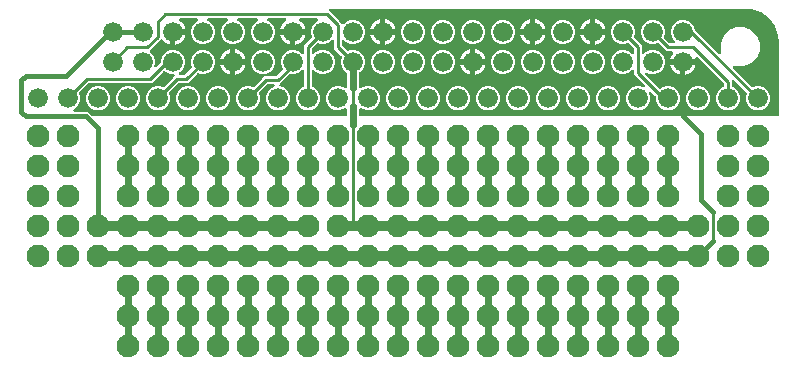
<source format=gbr>
G04 EAGLE Gerber RS-274X export*
G75*
%MOMM*%
%FSLAX34Y34*%
%LPD*%
%INBottom Copper*%
%IPPOS*%
%AMOC8*
5,1,8,0,0,1.08239X$1,22.5*%
G01*
%ADD10C,1.676400*%
%ADD11C,0.609600*%
%ADD12C,1.930400*%
%ADD13C,0.812800*%
%ADD14C,0.406400*%
%ADD15C,0.254000*%

G36*
X646308Y206264D02*
X646308Y206264D01*
X646427Y206271D01*
X646465Y206284D01*
X646506Y206289D01*
X646616Y206332D01*
X646729Y206369D01*
X646764Y206391D01*
X646801Y206406D01*
X646897Y206476D01*
X646998Y206539D01*
X647026Y206569D01*
X647059Y206592D01*
X647135Y206684D01*
X647216Y206771D01*
X647236Y206806D01*
X647261Y206837D01*
X647312Y206945D01*
X647370Y207049D01*
X647380Y207089D01*
X647397Y207125D01*
X647419Y207242D01*
X647449Y207357D01*
X647453Y207418D01*
X647457Y207438D01*
X647455Y207458D01*
X647459Y207518D01*
X647459Y270078D01*
X647457Y270100D01*
X647455Y270178D01*
X647133Y274275D01*
X647119Y274342D01*
X647115Y274411D01*
X647075Y274567D01*
X644543Y282360D01*
X644492Y282468D01*
X644449Y282578D01*
X644416Y282629D01*
X644407Y282648D01*
X644394Y282664D01*
X644362Y282714D01*
X639546Y289343D01*
X639465Y289430D01*
X639389Y289521D01*
X639342Y289560D01*
X639328Y289575D01*
X639311Y289586D01*
X639265Y289624D01*
X632636Y294440D01*
X632532Y294498D01*
X632432Y294561D01*
X632375Y294584D01*
X632357Y294594D01*
X632338Y294599D01*
X632282Y294621D01*
X624489Y297153D01*
X624421Y297166D01*
X624356Y297188D01*
X624197Y297211D01*
X620100Y297533D01*
X620078Y297532D01*
X620000Y297537D01*
X268236Y297537D01*
X268098Y297520D01*
X267959Y297507D01*
X267940Y297500D01*
X267920Y297497D01*
X267791Y297446D01*
X267660Y297399D01*
X267643Y297388D01*
X267625Y297380D01*
X267512Y297299D01*
X267397Y297221D01*
X267384Y297205D01*
X267367Y297194D01*
X267279Y297086D01*
X267186Y296982D01*
X267177Y296964D01*
X267164Y296949D01*
X267105Y296823D01*
X267042Y296699D01*
X267037Y296679D01*
X267029Y296661D01*
X267003Y296525D01*
X266972Y296389D01*
X266973Y296368D01*
X266969Y296349D01*
X266978Y296210D01*
X266982Y296071D01*
X266988Y296051D01*
X266989Y296031D01*
X267032Y295899D01*
X267070Y295765D01*
X267081Y295748D01*
X267087Y295729D01*
X267161Y295611D01*
X267232Y295491D01*
X267250Y295470D01*
X267257Y295460D01*
X267272Y295446D01*
X267338Y295371D01*
X275316Y287392D01*
X277833Y284876D01*
X277927Y284803D01*
X278016Y284724D01*
X278052Y284705D01*
X278084Y284681D01*
X278194Y284633D01*
X278300Y284579D01*
X278339Y284570D01*
X278376Y284554D01*
X278494Y284536D01*
X278610Y284510D01*
X278650Y284511D01*
X278690Y284504D01*
X278809Y284516D01*
X278928Y284519D01*
X278967Y284531D01*
X279007Y284534D01*
X279119Y284575D01*
X279233Y284608D01*
X279268Y284628D01*
X279306Y284642D01*
X279405Y284709D01*
X279507Y284769D01*
X279553Y284809D01*
X279569Y284820D01*
X279583Y284836D01*
X279628Y284876D01*
X281144Y286392D01*
X284879Y287939D01*
X288921Y287939D01*
X292656Y286392D01*
X295514Y283534D01*
X297061Y279799D01*
X297061Y275757D01*
X295514Y272022D01*
X292656Y269164D01*
X288921Y267617D01*
X284879Y267617D01*
X281144Y269164D01*
X279789Y270519D01*
X279680Y270604D01*
X279573Y270693D01*
X279554Y270702D01*
X279538Y270714D01*
X279411Y270769D01*
X279285Y270828D01*
X279265Y270832D01*
X279246Y270840D01*
X279108Y270862D01*
X278972Y270888D01*
X278952Y270887D01*
X278932Y270890D01*
X278793Y270877D01*
X278655Y270869D01*
X278636Y270862D01*
X278616Y270860D01*
X278484Y270813D01*
X278353Y270770D01*
X278335Y270760D01*
X278316Y270753D01*
X278201Y270675D01*
X278084Y270600D01*
X278070Y270586D01*
X278053Y270574D01*
X277961Y270470D01*
X277866Y270369D01*
X277856Y270351D01*
X277843Y270336D01*
X277779Y270212D01*
X277712Y270090D01*
X277707Y270071D01*
X277698Y270053D01*
X277668Y269917D01*
X277633Y269782D01*
X277631Y269754D01*
X277628Y269742D01*
X277629Y269722D01*
X277623Y269622D01*
X277623Y266852D01*
X277635Y266754D01*
X277638Y266655D01*
X277655Y266596D01*
X277663Y266536D01*
X277699Y266444D01*
X277727Y266349D01*
X277757Y266297D01*
X277780Y266241D01*
X277838Y266161D01*
X277888Y266075D01*
X277954Y266000D01*
X277966Y265983D01*
X277976Y265975D01*
X277994Y265954D01*
X281826Y262122D01*
X281850Y262104D01*
X281869Y262082D01*
X281975Y262007D01*
X282078Y261927D01*
X282105Y261916D01*
X282129Y261899D01*
X282250Y261853D01*
X282369Y261801D01*
X282399Y261797D01*
X282426Y261786D01*
X282555Y261772D01*
X282684Y261751D01*
X282713Y261754D01*
X282742Y261751D01*
X282871Y261769D01*
X283000Y261781D01*
X283028Y261791D01*
X283057Y261795D01*
X283210Y261847D01*
X284879Y262539D01*
X288921Y262539D01*
X292656Y260992D01*
X295514Y258134D01*
X297061Y254399D01*
X297061Y250357D01*
X295514Y246622D01*
X292619Y243727D01*
X292601Y243716D01*
X292488Y243652D01*
X292467Y243631D01*
X292442Y243615D01*
X292353Y243521D01*
X292260Y243430D01*
X292244Y243405D01*
X292224Y243384D01*
X292161Y243270D01*
X292093Y243159D01*
X292085Y243131D01*
X292070Y243105D01*
X292038Y242980D01*
X292000Y242855D01*
X291998Y242826D01*
X291991Y242797D01*
X291981Y242637D01*
X291981Y231931D01*
X291982Y231922D01*
X291981Y231912D01*
X292002Y231763D01*
X292021Y231615D01*
X292024Y231607D01*
X292025Y231597D01*
X292077Y231445D01*
X292101Y231389D01*
X292101Y231229D01*
X292107Y231180D01*
X292105Y231131D01*
X292127Y231023D01*
X292141Y230914D01*
X292159Y230868D01*
X292169Y230819D01*
X292217Y230720D01*
X292258Y230618D01*
X292287Y230578D01*
X292309Y230533D01*
X292380Y230450D01*
X292444Y230361D01*
X292483Y230329D01*
X292515Y230291D01*
X292605Y230228D01*
X292689Y230158D01*
X292734Y230137D01*
X292775Y230108D01*
X292878Y230069D01*
X292977Y230023D01*
X293026Y230013D01*
X293072Y229996D01*
X293182Y229983D01*
X293289Y229963D01*
X293339Y229966D01*
X293388Y229960D01*
X293497Y229976D01*
X293607Y229983D01*
X293654Y229998D01*
X293703Y230005D01*
X293856Y230057D01*
X297699Y231649D01*
X301741Y231649D01*
X305476Y230102D01*
X308334Y227244D01*
X309881Y223509D01*
X309881Y219467D01*
X308334Y215732D01*
X305476Y212874D01*
X301741Y211327D01*
X297699Y211327D01*
X293856Y212919D01*
X293808Y212932D01*
X293763Y212953D01*
X293655Y212974D01*
X293549Y213003D01*
X293499Y213004D01*
X293450Y213013D01*
X293341Y213006D01*
X293231Y213008D01*
X293183Y212997D01*
X293133Y212993D01*
X293029Y212960D01*
X292922Y212934D01*
X292878Y212911D01*
X292831Y212895D01*
X292738Y212837D01*
X292641Y212785D01*
X292604Y212752D01*
X292562Y212725D01*
X292487Y212645D01*
X292405Y212571D01*
X292378Y212530D01*
X292344Y212494D01*
X292291Y212398D01*
X292231Y212306D01*
X292214Y212259D01*
X292190Y212215D01*
X292163Y212109D01*
X292127Y212005D01*
X292123Y211955D01*
X292111Y211907D01*
X292101Y211747D01*
X292101Y207518D01*
X292116Y207400D01*
X292123Y207281D01*
X292136Y207243D01*
X292141Y207202D01*
X292184Y207092D01*
X292221Y206979D01*
X292243Y206944D01*
X292258Y206907D01*
X292327Y206811D01*
X292391Y206710D01*
X292421Y206682D01*
X292444Y206649D01*
X292536Y206574D01*
X292623Y206492D01*
X292658Y206472D01*
X292689Y206447D01*
X292797Y206396D01*
X292901Y206338D01*
X292941Y206328D01*
X292977Y206311D01*
X293094Y206289D01*
X293209Y206259D01*
X293269Y206255D01*
X293289Y206251D01*
X293310Y206253D01*
X293370Y206249D01*
X646190Y206249D01*
X646308Y206264D01*
G37*
G36*
X280788Y206264D02*
X280788Y206264D01*
X280907Y206271D01*
X280945Y206284D01*
X280986Y206289D01*
X281096Y206332D01*
X281209Y206369D01*
X281244Y206391D01*
X281281Y206406D01*
X281377Y206476D01*
X281478Y206539D01*
X281506Y206569D01*
X281539Y206592D01*
X281615Y206684D01*
X281696Y206771D01*
X281716Y206806D01*
X281741Y206837D01*
X281792Y206945D01*
X281850Y207049D01*
X281860Y207089D01*
X281877Y207125D01*
X281899Y207242D01*
X281929Y207357D01*
X281933Y207418D01*
X281937Y207438D01*
X281935Y207458D01*
X281939Y207518D01*
X281939Y211747D01*
X281933Y211796D01*
X281935Y211845D01*
X281913Y211953D01*
X281899Y212062D01*
X281881Y212108D01*
X281871Y212157D01*
X281823Y212256D01*
X281782Y212358D01*
X281753Y212398D01*
X281731Y212443D01*
X281660Y212526D01*
X281596Y212615D01*
X281557Y212647D01*
X281525Y212685D01*
X281435Y212748D01*
X281351Y212818D01*
X281306Y212839D01*
X281265Y212868D01*
X281162Y212907D01*
X281063Y212953D01*
X281014Y212963D01*
X280968Y212980D01*
X280858Y212993D01*
X280751Y213013D01*
X280701Y213010D01*
X280652Y213016D01*
X280543Y213000D01*
X280433Y212993D01*
X280386Y212978D01*
X280337Y212971D01*
X280184Y212919D01*
X276341Y211327D01*
X272299Y211327D01*
X268564Y212874D01*
X265706Y215732D01*
X264159Y219467D01*
X264159Y223509D01*
X265706Y227244D01*
X268564Y230102D01*
X272299Y231649D01*
X276341Y231649D01*
X280064Y230107D01*
X280112Y230093D01*
X280157Y230072D01*
X280265Y230052D01*
X280371Y230023D01*
X280421Y230022D01*
X280470Y230012D01*
X280579Y230019D01*
X280689Y230018D01*
X280737Y230029D01*
X280787Y230032D01*
X280891Y230066D01*
X280998Y230092D01*
X281042Y230115D01*
X281089Y230130D01*
X281182Y230189D01*
X281279Y230240D01*
X281316Y230274D01*
X281358Y230300D01*
X281433Y230381D01*
X281515Y230454D01*
X281542Y230496D01*
X281576Y230532D01*
X281629Y230628D01*
X281689Y230720D01*
X281706Y230767D01*
X281730Y230811D01*
X281757Y230917D01*
X281793Y231021D01*
X281797Y231070D01*
X281809Y231118D01*
X281819Y231279D01*
X281819Y242637D01*
X281816Y242666D01*
X281818Y242695D01*
X281796Y242823D01*
X281779Y242952D01*
X281769Y242980D01*
X281763Y243009D01*
X281710Y243127D01*
X281662Y243248D01*
X281645Y243272D01*
X281633Y243299D01*
X281552Y243400D01*
X281476Y243505D01*
X281453Y243524D01*
X281434Y243547D01*
X281331Y243625D01*
X281231Y243708D01*
X281204Y243720D01*
X281180Y243738D01*
X281161Y243748D01*
X278286Y246622D01*
X276739Y250357D01*
X276739Y254399D01*
X277431Y256068D01*
X277438Y256097D01*
X277452Y256123D01*
X277480Y256250D01*
X277515Y256375D01*
X277515Y256405D01*
X277522Y256433D01*
X277518Y256563D01*
X277520Y256693D01*
X277513Y256722D01*
X277512Y256751D01*
X277476Y256876D01*
X277446Y257002D01*
X277432Y257029D01*
X277424Y257057D01*
X277358Y257169D01*
X277297Y257284D01*
X277277Y257305D01*
X277262Y257331D01*
X277156Y257452D01*
X271017Y263590D01*
X271017Y269862D01*
X271000Y269999D01*
X270987Y270138D01*
X270980Y270157D01*
X270977Y270177D01*
X270926Y270306D01*
X270879Y270437D01*
X270868Y270454D01*
X270860Y270473D01*
X270779Y270585D01*
X270701Y270700D01*
X270685Y270714D01*
X270674Y270730D01*
X270566Y270819D01*
X270462Y270911D01*
X270444Y270920D01*
X270429Y270933D01*
X270303Y270992D01*
X270179Y271055D01*
X270159Y271060D01*
X270141Y271068D01*
X270004Y271095D01*
X269869Y271125D01*
X269848Y271124D01*
X269829Y271128D01*
X269690Y271120D01*
X269551Y271115D01*
X269531Y271110D01*
X269511Y271109D01*
X269379Y271066D01*
X269245Y271027D01*
X269228Y271017D01*
X269209Y271010D01*
X269091Y270936D01*
X268971Y270865D01*
X268950Y270847D01*
X268940Y270840D01*
X268926Y270825D01*
X268851Y270759D01*
X267256Y269164D01*
X263521Y267617D01*
X259479Y267617D01*
X257810Y268309D01*
X257781Y268316D01*
X257755Y268330D01*
X257628Y268358D01*
X257503Y268393D01*
X257473Y268393D01*
X257445Y268400D01*
X257315Y268396D01*
X257185Y268398D01*
X257156Y268391D01*
X257127Y268390D01*
X257002Y268354D01*
X256876Y268324D01*
X256849Y268310D01*
X256821Y268302D01*
X256709Y268236D01*
X256594Y268175D01*
X256573Y268155D01*
X256547Y268140D01*
X256426Y268034D01*
X252594Y264202D01*
X252534Y264123D01*
X252466Y264051D01*
X252437Y263998D01*
X252400Y263950D01*
X252360Y263859D01*
X252312Y263773D01*
X252297Y263714D01*
X252273Y263659D01*
X252258Y263561D01*
X252233Y263465D01*
X252227Y263365D01*
X252223Y263344D01*
X252225Y263332D01*
X252223Y263304D01*
X252223Y260534D01*
X252240Y260396D01*
X252253Y260258D01*
X252260Y260239D01*
X252263Y260219D01*
X252314Y260090D01*
X252361Y259959D01*
X252372Y259942D01*
X252380Y259923D01*
X252461Y259811D01*
X252539Y259696D01*
X252555Y259682D01*
X252566Y259666D01*
X252674Y259577D01*
X252778Y259485D01*
X252796Y259476D01*
X252811Y259463D01*
X252937Y259404D01*
X253061Y259341D01*
X253081Y259336D01*
X253099Y259328D01*
X253236Y259301D01*
X253371Y259271D01*
X253392Y259272D01*
X253411Y259268D01*
X253550Y259276D01*
X253689Y259281D01*
X253709Y259286D01*
X253729Y259287D01*
X253861Y259330D01*
X253995Y259369D01*
X254012Y259379D01*
X254031Y259386D01*
X254149Y259460D01*
X254269Y259531D01*
X254290Y259549D01*
X254300Y259556D01*
X254314Y259571D01*
X254389Y259637D01*
X255744Y260992D01*
X259479Y262539D01*
X263521Y262539D01*
X267256Y260992D01*
X270114Y258134D01*
X271661Y254399D01*
X271661Y250357D01*
X270114Y246622D01*
X267256Y243764D01*
X263521Y242217D01*
X259479Y242217D01*
X255744Y243764D01*
X254389Y245119D01*
X254280Y245204D01*
X254173Y245293D01*
X254154Y245302D01*
X254138Y245314D01*
X254011Y245369D01*
X253885Y245428D01*
X253865Y245432D01*
X253846Y245440D01*
X253708Y245462D01*
X253572Y245488D01*
X253552Y245487D01*
X253532Y245490D01*
X253393Y245477D01*
X253255Y245469D01*
X253236Y245462D01*
X253216Y245460D01*
X253084Y245413D01*
X252953Y245370D01*
X252935Y245360D01*
X252916Y245353D01*
X252801Y245275D01*
X252684Y245200D01*
X252670Y245186D01*
X252653Y245174D01*
X252561Y245070D01*
X252466Y244969D01*
X252456Y244951D01*
X252443Y244936D01*
X252379Y244812D01*
X252312Y244690D01*
X252307Y244671D01*
X252298Y244653D01*
X252268Y244517D01*
X252233Y244382D01*
X252231Y244354D01*
X252228Y244342D01*
X252229Y244322D01*
X252223Y244222D01*
X252223Y231966D01*
X252226Y231937D01*
X252224Y231907D01*
X252246Y231779D01*
X252263Y231650D01*
X252273Y231623D01*
X252278Y231594D01*
X252332Y231475D01*
X252380Y231355D01*
X252397Y231331D01*
X252409Y231304D01*
X252490Y231203D01*
X252566Y231097D01*
X252589Y231079D01*
X252608Y231055D01*
X252711Y230977D01*
X252811Y230895D01*
X252838Y230882D01*
X252862Y230864D01*
X253006Y230793D01*
X254676Y230102D01*
X257534Y227244D01*
X259081Y223509D01*
X259081Y219467D01*
X257534Y215732D01*
X254676Y212874D01*
X250941Y211327D01*
X246899Y211327D01*
X243164Y212874D01*
X240306Y215732D01*
X238759Y219467D01*
X238759Y223509D01*
X240306Y227244D01*
X243164Y230102D01*
X244834Y230793D01*
X244859Y230808D01*
X244887Y230817D01*
X244997Y230887D01*
X245110Y230951D01*
X245131Y230971D01*
X245156Y230987D01*
X245245Y231082D01*
X245338Y231172D01*
X245354Y231197D01*
X245374Y231219D01*
X245437Y231333D01*
X245505Y231443D01*
X245513Y231471D01*
X245528Y231497D01*
X245560Y231623D01*
X245598Y231747D01*
X245600Y231777D01*
X245607Y231805D01*
X245617Y231966D01*
X245617Y244462D01*
X245600Y244599D01*
X245587Y244738D01*
X245580Y244757D01*
X245577Y244777D01*
X245526Y244906D01*
X245479Y245037D01*
X245468Y245054D01*
X245460Y245073D01*
X245379Y245185D01*
X245301Y245300D01*
X245285Y245314D01*
X245274Y245330D01*
X245166Y245419D01*
X245062Y245511D01*
X245044Y245520D01*
X245029Y245533D01*
X244903Y245592D01*
X244779Y245655D01*
X244759Y245660D01*
X244741Y245668D01*
X244604Y245695D01*
X244469Y245725D01*
X244448Y245724D01*
X244429Y245728D01*
X244290Y245720D01*
X244151Y245715D01*
X244131Y245710D01*
X244111Y245709D01*
X243979Y245666D01*
X243845Y245627D01*
X243828Y245617D01*
X243809Y245610D01*
X243691Y245536D01*
X243571Y245465D01*
X243550Y245447D01*
X243540Y245440D01*
X243526Y245425D01*
X243451Y245359D01*
X241856Y243764D01*
X238121Y242217D01*
X234206Y242217D01*
X234108Y242205D01*
X234009Y242202D01*
X233950Y242185D01*
X233890Y242177D01*
X233798Y242141D01*
X233703Y242113D01*
X233651Y242083D01*
X233595Y242060D01*
X233515Y242002D01*
X233429Y241952D01*
X233354Y241886D01*
X233337Y241874D01*
X233329Y241864D01*
X233308Y241846D01*
X225166Y233704D01*
X225136Y233664D01*
X225099Y233631D01*
X225039Y233539D01*
X224971Y233452D01*
X224952Y233407D01*
X224924Y233365D01*
X224889Y233261D01*
X224845Y233160D01*
X224837Y233111D01*
X224821Y233064D01*
X224812Y232955D01*
X224795Y232846D01*
X224800Y232797D01*
X224796Y232747D01*
X224815Y232639D01*
X224825Y232530D01*
X224842Y232483D01*
X224850Y232434D01*
X224895Y232334D01*
X224933Y232230D01*
X224961Y232189D01*
X224981Y232144D01*
X225049Y232058D01*
X225111Y231967D01*
X225148Y231934D01*
X225179Y231896D01*
X225267Y231829D01*
X225350Y231757D01*
X225394Y231734D01*
X225434Y231704D01*
X225578Y231633D01*
X229276Y230102D01*
X232134Y227244D01*
X233681Y223509D01*
X233681Y219467D01*
X232134Y215732D01*
X229276Y212874D01*
X225541Y211327D01*
X221499Y211327D01*
X217764Y212874D01*
X214906Y215732D01*
X213359Y219467D01*
X213359Y223509D01*
X214906Y227244D01*
X217764Y230102D01*
X219893Y230983D01*
X219953Y231018D01*
X220018Y231044D01*
X220091Y231096D01*
X220169Y231141D01*
X220219Y231189D01*
X220275Y231230D01*
X220333Y231300D01*
X220397Y231362D01*
X220434Y231422D01*
X220478Y231475D01*
X220517Y231557D01*
X220564Y231633D01*
X220584Y231700D01*
X220614Y231763D01*
X220631Y231851D01*
X220657Y231937D01*
X220661Y232007D01*
X220674Y232076D01*
X220668Y232165D01*
X220672Y232255D01*
X220658Y232323D01*
X220654Y232393D01*
X220626Y232478D01*
X220608Y232566D01*
X220577Y232629D01*
X220556Y232695D01*
X220508Y232771D01*
X220468Y232852D01*
X220423Y232905D01*
X220386Y232964D01*
X220320Y233026D01*
X220262Y233094D01*
X220205Y233134D01*
X220154Y233182D01*
X220075Y233225D01*
X220002Y233277D01*
X219937Y233302D01*
X219876Y233336D01*
X219789Y233358D01*
X219705Y233390D01*
X219635Y233398D01*
X219568Y233415D01*
X219407Y233425D01*
X215254Y233425D01*
X215156Y233413D01*
X215057Y233410D01*
X214998Y233393D01*
X214938Y233385D01*
X214846Y233349D01*
X214751Y233321D01*
X214699Y233291D01*
X214643Y233268D01*
X214563Y233210D01*
X214477Y233160D01*
X214402Y233094D01*
X214385Y233082D01*
X214377Y233072D01*
X214356Y233054D01*
X207864Y226562D01*
X207846Y226538D01*
X207824Y226519D01*
X207749Y226413D01*
X207669Y226310D01*
X207658Y226283D01*
X207641Y226259D01*
X207595Y226138D01*
X207543Y226019D01*
X207538Y225989D01*
X207528Y225962D01*
X207514Y225833D01*
X207493Y225704D01*
X207496Y225675D01*
X207493Y225646D01*
X207511Y225517D01*
X207523Y225388D01*
X207533Y225360D01*
X207537Y225331D01*
X207589Y225178D01*
X208281Y223509D01*
X208281Y219467D01*
X206734Y215732D01*
X203876Y212874D01*
X200141Y211327D01*
X196099Y211327D01*
X192364Y212874D01*
X189506Y215732D01*
X187959Y219467D01*
X187959Y223509D01*
X189506Y227244D01*
X192364Y230102D01*
X196099Y231649D01*
X200141Y231649D01*
X201810Y230957D01*
X201839Y230949D01*
X201865Y230936D01*
X201992Y230908D01*
X202117Y230873D01*
X202147Y230873D01*
X202175Y230866D01*
X202305Y230870D01*
X202435Y230868D01*
X202464Y230875D01*
X202493Y230876D01*
X202618Y230912D01*
X202744Y230942D01*
X202771Y230956D01*
X202799Y230964D01*
X202910Y231030D01*
X203026Y231091D01*
X203047Y231111D01*
X203073Y231126D01*
X203194Y231232D01*
X209686Y237724D01*
X212012Y240051D01*
X212097Y240160D01*
X212186Y240267D01*
X212194Y240286D01*
X212207Y240302D01*
X212262Y240430D01*
X212321Y240555D01*
X212325Y240575D01*
X212333Y240594D01*
X212355Y240732D01*
X212381Y240868D01*
X212380Y240888D01*
X212383Y240908D01*
X212370Y241047D01*
X212361Y241185D01*
X212355Y241204D01*
X212353Y241224D01*
X212306Y241356D01*
X212263Y241487D01*
X212252Y241505D01*
X212245Y241524D01*
X212167Y241639D01*
X212093Y241756D01*
X212078Y241770D01*
X212067Y241787D01*
X211963Y241879D01*
X211861Y241974D01*
X211844Y241984D01*
X211828Y241997D01*
X211704Y242061D01*
X211583Y242128D01*
X211563Y242133D01*
X211545Y242142D01*
X211409Y242172D01*
X211275Y242207D01*
X211247Y242209D01*
X211235Y242212D01*
X211214Y242211D01*
X211114Y242217D01*
X208679Y242217D01*
X204944Y243764D01*
X202086Y246622D01*
X200539Y250357D01*
X200539Y254399D01*
X202086Y258134D01*
X204944Y260992D01*
X208679Y262539D01*
X212721Y262539D01*
X216456Y260992D01*
X219314Y258134D01*
X220861Y254399D01*
X220861Y250357D01*
X219314Y246622D01*
X216456Y243764D01*
X213338Y242473D01*
X213277Y242438D01*
X213212Y242412D01*
X213139Y242360D01*
X213061Y242315D01*
X213011Y242267D01*
X212955Y242226D01*
X212897Y242156D01*
X212833Y242094D01*
X212796Y242034D01*
X212752Y241981D01*
X212714Y241899D01*
X212667Y241823D01*
X212646Y241756D01*
X212616Y241693D01*
X212599Y241605D01*
X212573Y241519D01*
X212570Y241449D01*
X212557Y241380D01*
X212562Y241291D01*
X212558Y241201D01*
X212572Y241133D01*
X212576Y241063D01*
X212604Y240978D01*
X212622Y240890D01*
X212653Y240827D01*
X212674Y240761D01*
X212722Y240685D01*
X212762Y240604D01*
X212807Y240551D01*
X212845Y240492D01*
X212910Y240430D01*
X212968Y240362D01*
X213025Y240322D01*
X213076Y240274D01*
X213155Y240231D01*
X213228Y240179D01*
X213294Y240154D01*
X213355Y240120D01*
X213441Y240098D01*
X213526Y240066D01*
X213595Y240058D01*
X213663Y240041D01*
X213823Y240031D01*
X221626Y240031D01*
X221724Y240043D01*
X221823Y240046D01*
X221882Y240063D01*
X221942Y240071D01*
X222034Y240107D01*
X222129Y240135D01*
X222181Y240165D01*
X222237Y240188D01*
X222317Y240246D01*
X222403Y240296D01*
X222478Y240362D01*
X222495Y240374D01*
X222503Y240384D01*
X222524Y240402D01*
X227255Y245134D01*
X227273Y245157D01*
X227295Y245176D01*
X227370Y245282D01*
X227450Y245385D01*
X227461Y245412D01*
X227478Y245436D01*
X227524Y245557D01*
X227576Y245677D01*
X227581Y245706D01*
X227591Y245733D01*
X227606Y245862D01*
X227626Y245991D01*
X227623Y246020D01*
X227626Y246049D01*
X227608Y246178D01*
X227596Y246307D01*
X227586Y246335D01*
X227582Y246364D01*
X227530Y246517D01*
X225939Y250357D01*
X225939Y254399D01*
X227486Y258134D01*
X230344Y260992D01*
X234079Y262539D01*
X238121Y262539D01*
X241856Y260992D01*
X243451Y259397D01*
X243560Y259312D01*
X243667Y259223D01*
X243686Y259214D01*
X243702Y259202D01*
X243830Y259147D01*
X243955Y259088D01*
X243975Y259084D01*
X243994Y259076D01*
X244132Y259054D01*
X244268Y259028D01*
X244288Y259029D01*
X244308Y259026D01*
X244447Y259039D01*
X244585Y259047D01*
X244604Y259054D01*
X244624Y259056D01*
X244756Y259103D01*
X244887Y259146D01*
X244905Y259156D01*
X244924Y259163D01*
X245039Y259241D01*
X245156Y259316D01*
X245170Y259330D01*
X245187Y259342D01*
X245279Y259446D01*
X245374Y259547D01*
X245384Y259565D01*
X245397Y259580D01*
X245461Y259704D01*
X245528Y259826D01*
X245533Y259845D01*
X245542Y259863D01*
X245572Y259999D01*
X245607Y260134D01*
X245609Y260162D01*
X245612Y260174D01*
X245611Y260194D01*
X245617Y260294D01*
X245617Y266566D01*
X251756Y272704D01*
X251774Y272728D01*
X251796Y272747D01*
X251871Y272853D01*
X251951Y272956D01*
X251962Y272983D01*
X251979Y273007D01*
X252025Y273128D01*
X252077Y273247D01*
X252081Y273277D01*
X252092Y273304D01*
X252106Y273433D01*
X252127Y273562D01*
X252124Y273591D01*
X252127Y273620D01*
X252109Y273749D01*
X252097Y273878D01*
X252087Y273906D01*
X252083Y273935D01*
X252031Y274088D01*
X251339Y275757D01*
X251339Y279799D01*
X252886Y283534D01*
X255744Y286392D01*
X256883Y286863D01*
X256943Y286898D01*
X257008Y286924D01*
X257081Y286976D01*
X257159Y287021D01*
X257209Y287069D01*
X257266Y287110D01*
X257323Y287180D01*
X257387Y287242D01*
X257424Y287302D01*
X257468Y287355D01*
X257507Y287437D01*
X257554Y287513D01*
X257574Y287580D01*
X257604Y287643D01*
X257621Y287731D01*
X257647Y287817D01*
X257651Y287887D01*
X257664Y287956D01*
X257658Y288045D01*
X257662Y288135D01*
X257648Y288203D01*
X257644Y288273D01*
X257616Y288358D01*
X257598Y288446D01*
X257567Y288509D01*
X257546Y288575D01*
X257498Y288651D01*
X257458Y288732D01*
X257413Y288785D01*
X257376Y288844D01*
X257310Y288906D01*
X257252Y288974D01*
X257195Y289014D01*
X257144Y289062D01*
X257066Y289105D01*
X256992Y289157D01*
X256927Y289182D01*
X256866Y289216D01*
X256779Y289238D01*
X256695Y289270D01*
X256625Y289278D01*
X256558Y289295D01*
X256397Y289305D01*
X242723Y289305D01*
X242644Y289295D01*
X242565Y289295D01*
X242487Y289275D01*
X242408Y289265D01*
X242334Y289236D01*
X242256Y289216D01*
X242186Y289178D01*
X242112Y289148D01*
X242048Y289102D01*
X241978Y289063D01*
X241919Y289009D01*
X241855Y288962D01*
X241804Y288900D01*
X241746Y288846D01*
X241703Y288778D01*
X241652Y288717D01*
X241618Y288645D01*
X241575Y288577D01*
X241550Y288501D01*
X241516Y288429D01*
X241501Y288351D01*
X241477Y288275D01*
X241472Y288195D01*
X241457Y288117D01*
X241461Y288037D01*
X241456Y287958D01*
X241471Y287879D01*
X241476Y287799D01*
X241501Y287723D01*
X241516Y287645D01*
X241550Y287573D01*
X241574Y287497D01*
X241617Y287429D01*
X241651Y287357D01*
X241702Y287295D01*
X241744Y287228D01*
X241802Y287173D01*
X241853Y287112D01*
X241975Y287011D01*
X241976Y287010D01*
X241977Y287010D01*
X241977Y287009D01*
X243216Y286109D01*
X244431Y284894D01*
X245442Y283503D01*
X246223Y281971D01*
X246754Y280336D01*
X246803Y280027D01*
X237080Y280027D01*
X236962Y280012D01*
X236843Y280005D01*
X236805Y279992D01*
X236765Y279987D01*
X236654Y279944D01*
X236541Y279907D01*
X236507Y279885D01*
X236469Y279870D01*
X236373Y279801D01*
X236272Y279737D01*
X236244Y279707D01*
X236212Y279684D01*
X236136Y279592D01*
X236104Y279558D01*
X236099Y279566D01*
X236069Y279594D01*
X236045Y279627D01*
X235954Y279703D01*
X235867Y279784D01*
X235832Y279804D01*
X235800Y279829D01*
X235693Y279880D01*
X235588Y279938D01*
X235549Y279948D01*
X235513Y279965D01*
X235396Y279987D01*
X235280Y280017D01*
X235220Y280021D01*
X235200Y280025D01*
X235180Y280023D01*
X235120Y280027D01*
X225397Y280027D01*
X225446Y280336D01*
X225977Y281971D01*
X226758Y283503D01*
X227769Y284894D01*
X228984Y286109D01*
X230223Y287009D01*
X230281Y287064D01*
X230345Y287110D01*
X230396Y287172D01*
X230455Y287227D01*
X230497Y287294D01*
X230548Y287355D01*
X230582Y287428D01*
X230625Y287495D01*
X230650Y287571D01*
X230684Y287643D01*
X230699Y287722D01*
X230723Y287798D01*
X230728Y287877D01*
X230743Y287956D01*
X230738Y288035D01*
X230744Y288115D01*
X230729Y288193D01*
X230724Y288273D01*
X230699Y288349D01*
X230684Y288428D01*
X230650Y288500D01*
X230626Y288575D01*
X230583Y288643D01*
X230549Y288715D01*
X230498Y288777D01*
X230456Y288844D01*
X230397Y288899D01*
X230346Y288961D01*
X230282Y289008D01*
X230224Y289062D01*
X230154Y289101D01*
X230089Y289148D01*
X230015Y289177D01*
X229945Y289216D01*
X229868Y289236D01*
X229794Y289265D01*
X229715Y289275D01*
X229637Y289295D01*
X229480Y289305D01*
X229478Y289305D01*
X229477Y289305D01*
X215803Y289305D01*
X215734Y289297D01*
X215664Y289298D01*
X215576Y289277D01*
X215487Y289265D01*
X215422Y289240D01*
X215355Y289223D01*
X215275Y289181D01*
X215192Y289148D01*
X215135Y289107D01*
X215074Y289075D01*
X215007Y289014D01*
X214934Y288962D01*
X214890Y288908D01*
X214838Y288861D01*
X214789Y288786D01*
X214732Y288717D01*
X214702Y288653D01*
X214663Y288595D01*
X214634Y288510D01*
X214596Y288429D01*
X214583Y288360D01*
X214560Y288294D01*
X214553Y288205D01*
X214536Y288117D01*
X214541Y288047D01*
X214535Y287977D01*
X214550Y287889D01*
X214556Y287799D01*
X214577Y287733D01*
X214589Y287664D01*
X214626Y287582D01*
X214654Y287497D01*
X214691Y287438D01*
X214720Y287374D01*
X214776Y287304D01*
X214824Y287228D01*
X214875Y287180D01*
X214919Y287126D01*
X214990Y287071D01*
X215056Y287010D01*
X215117Y286976D01*
X215173Y286934D01*
X215317Y286863D01*
X216456Y286392D01*
X219314Y283534D01*
X220861Y279799D01*
X220861Y275757D01*
X219314Y272022D01*
X216456Y269164D01*
X212721Y267617D01*
X208679Y267617D01*
X204944Y269164D01*
X202086Y272022D01*
X200539Y275757D01*
X200539Y279799D01*
X202086Y283534D01*
X204944Y286392D01*
X206083Y286863D01*
X206143Y286898D01*
X206208Y286924D01*
X206281Y286976D01*
X206359Y287021D01*
X206409Y287069D01*
X206466Y287110D01*
X206523Y287180D01*
X206587Y287242D01*
X206624Y287302D01*
X206668Y287355D01*
X206707Y287437D01*
X206754Y287513D01*
X206774Y287580D01*
X206804Y287643D01*
X206821Y287731D01*
X206847Y287817D01*
X206851Y287887D01*
X206864Y287956D01*
X206858Y288045D01*
X206862Y288135D01*
X206848Y288203D01*
X206844Y288273D01*
X206816Y288358D01*
X206798Y288446D01*
X206767Y288509D01*
X206746Y288575D01*
X206698Y288651D01*
X206658Y288732D01*
X206613Y288785D01*
X206576Y288844D01*
X206510Y288906D01*
X206452Y288974D01*
X206395Y289014D01*
X206344Y289062D01*
X206266Y289105D01*
X206192Y289157D01*
X206127Y289182D01*
X206066Y289216D01*
X205979Y289238D01*
X205895Y289270D01*
X205825Y289278D01*
X205758Y289295D01*
X205597Y289305D01*
X190403Y289305D01*
X190334Y289297D01*
X190264Y289298D01*
X190176Y289277D01*
X190087Y289265D01*
X190022Y289240D01*
X189955Y289223D01*
X189875Y289181D01*
X189792Y289148D01*
X189735Y289107D01*
X189674Y289075D01*
X189607Y289014D01*
X189534Y288962D01*
X189490Y288908D01*
X189438Y288861D01*
X189389Y288786D01*
X189332Y288717D01*
X189302Y288653D01*
X189263Y288595D01*
X189234Y288510D01*
X189196Y288429D01*
X189183Y288360D01*
X189160Y288294D01*
X189153Y288205D01*
X189136Y288117D01*
X189141Y288047D01*
X189135Y287977D01*
X189150Y287889D01*
X189156Y287799D01*
X189177Y287733D01*
X189189Y287664D01*
X189226Y287582D01*
X189254Y287497D01*
X189291Y287438D01*
X189320Y287374D01*
X189376Y287304D01*
X189424Y287228D01*
X189475Y287180D01*
X189519Y287126D01*
X189590Y287071D01*
X189656Y287010D01*
X189717Y286976D01*
X189773Y286934D01*
X189917Y286863D01*
X191056Y286392D01*
X193914Y283534D01*
X195461Y279799D01*
X195461Y275757D01*
X193914Y272022D01*
X191056Y269164D01*
X187321Y267617D01*
X183279Y267617D01*
X179544Y269164D01*
X176686Y272022D01*
X175139Y275757D01*
X175139Y279799D01*
X176686Y283534D01*
X179544Y286392D01*
X180683Y286863D01*
X180743Y286898D01*
X180808Y286924D01*
X180881Y286976D01*
X180959Y287021D01*
X181009Y287069D01*
X181066Y287110D01*
X181123Y287180D01*
X181187Y287242D01*
X181224Y287302D01*
X181268Y287355D01*
X181307Y287437D01*
X181354Y287513D01*
X181374Y287580D01*
X181404Y287643D01*
X181421Y287731D01*
X181447Y287817D01*
X181451Y287887D01*
X181464Y287956D01*
X181458Y288045D01*
X181462Y288135D01*
X181448Y288203D01*
X181444Y288273D01*
X181416Y288358D01*
X181398Y288446D01*
X181367Y288509D01*
X181346Y288575D01*
X181298Y288651D01*
X181258Y288732D01*
X181213Y288785D01*
X181176Y288844D01*
X181110Y288906D01*
X181052Y288974D01*
X180995Y289014D01*
X180944Y289062D01*
X180866Y289105D01*
X180792Y289157D01*
X180727Y289182D01*
X180666Y289216D01*
X180579Y289238D01*
X180495Y289270D01*
X180425Y289278D01*
X180358Y289295D01*
X180197Y289305D01*
X165003Y289305D01*
X164934Y289297D01*
X164864Y289298D01*
X164776Y289277D01*
X164687Y289265D01*
X164622Y289240D01*
X164555Y289223D01*
X164475Y289181D01*
X164392Y289148D01*
X164335Y289107D01*
X164274Y289075D01*
X164207Y289014D01*
X164134Y288962D01*
X164090Y288908D01*
X164038Y288861D01*
X163989Y288786D01*
X163932Y288717D01*
X163902Y288653D01*
X163863Y288595D01*
X163834Y288510D01*
X163796Y288429D01*
X163783Y288360D01*
X163760Y288294D01*
X163753Y288205D01*
X163736Y288117D01*
X163741Y288047D01*
X163735Y287977D01*
X163750Y287889D01*
X163756Y287799D01*
X163777Y287733D01*
X163789Y287664D01*
X163826Y287582D01*
X163854Y287497D01*
X163891Y287438D01*
X163920Y287374D01*
X163976Y287304D01*
X164024Y287228D01*
X164075Y287180D01*
X164119Y287126D01*
X164190Y287071D01*
X164256Y287010D01*
X164317Y286976D01*
X164373Y286934D01*
X164517Y286863D01*
X165656Y286392D01*
X168514Y283534D01*
X170061Y279799D01*
X170061Y275757D01*
X168514Y272022D01*
X165656Y269164D01*
X161921Y267617D01*
X157879Y267617D01*
X154144Y269164D01*
X151286Y272022D01*
X149739Y275757D01*
X149739Y279799D01*
X151286Y283534D01*
X154144Y286392D01*
X155283Y286863D01*
X155343Y286898D01*
X155408Y286924D01*
X155481Y286976D01*
X155559Y287021D01*
X155609Y287069D01*
X155666Y287110D01*
X155723Y287180D01*
X155787Y287242D01*
X155824Y287302D01*
X155868Y287355D01*
X155907Y287437D01*
X155954Y287513D01*
X155974Y287580D01*
X156004Y287643D01*
X156021Y287731D01*
X156047Y287817D01*
X156051Y287887D01*
X156064Y287956D01*
X156058Y288045D01*
X156062Y288135D01*
X156048Y288203D01*
X156044Y288273D01*
X156016Y288358D01*
X155998Y288446D01*
X155967Y288509D01*
X155946Y288575D01*
X155898Y288651D01*
X155858Y288732D01*
X155813Y288785D01*
X155776Y288844D01*
X155710Y288906D01*
X155652Y288974D01*
X155595Y289014D01*
X155544Y289062D01*
X155466Y289105D01*
X155392Y289157D01*
X155327Y289182D01*
X155266Y289216D01*
X155179Y289238D01*
X155095Y289270D01*
X155025Y289278D01*
X154958Y289295D01*
X154797Y289305D01*
X141123Y289305D01*
X141044Y289295D01*
X140965Y289295D01*
X140887Y289275D01*
X140808Y289265D01*
X140734Y289236D01*
X140656Y289216D01*
X140586Y289178D01*
X140512Y289148D01*
X140448Y289102D01*
X140378Y289063D01*
X140319Y289009D01*
X140255Y288962D01*
X140204Y288900D01*
X140146Y288846D01*
X140103Y288778D01*
X140052Y288717D01*
X140018Y288645D01*
X139975Y288577D01*
X139950Y288501D01*
X139916Y288429D01*
X139901Y288351D01*
X139877Y288275D01*
X139872Y288195D01*
X139857Y288117D01*
X139861Y288037D01*
X139856Y287958D01*
X139871Y287879D01*
X139876Y287799D01*
X139901Y287723D01*
X139916Y287645D01*
X139950Y287573D01*
X139974Y287497D01*
X140017Y287429D01*
X140051Y287357D01*
X140102Y287295D01*
X140144Y287228D01*
X140202Y287173D01*
X140253Y287112D01*
X140375Y287011D01*
X140376Y287010D01*
X140377Y287010D01*
X140377Y287009D01*
X141616Y286109D01*
X142831Y284894D01*
X143842Y283503D01*
X144623Y281971D01*
X145154Y280336D01*
X145203Y280027D01*
X135480Y280027D01*
X135362Y280012D01*
X135243Y280005D01*
X135205Y279992D01*
X135165Y279987D01*
X135054Y279944D01*
X134941Y279907D01*
X134907Y279885D01*
X134869Y279870D01*
X134773Y279801D01*
X134672Y279737D01*
X134644Y279707D01*
X134612Y279684D01*
X134536Y279592D01*
X134454Y279505D01*
X134435Y279470D01*
X134409Y279439D01*
X134358Y279331D01*
X134301Y279227D01*
X134291Y279187D01*
X134273Y279151D01*
X134251Y279034D01*
X134221Y278919D01*
X134217Y278859D01*
X134214Y278839D01*
X134215Y278818D01*
X134211Y278758D01*
X134211Y278067D01*
X133520Y278067D01*
X133402Y278052D01*
X133283Y278045D01*
X133245Y278032D01*
X133204Y278027D01*
X133094Y277983D01*
X132981Y277947D01*
X132946Y277925D01*
X132909Y277910D01*
X132812Y277840D01*
X132712Y277777D01*
X132684Y277747D01*
X132651Y277723D01*
X132575Y277632D01*
X132494Y277545D01*
X132474Y277510D01*
X132449Y277478D01*
X132398Y277371D01*
X132340Y277266D01*
X132330Y277227D01*
X132313Y277191D01*
X132291Y277074D01*
X132261Y276958D01*
X132257Y276898D01*
X132253Y276878D01*
X132255Y276858D01*
X132251Y276798D01*
X132251Y267075D01*
X131942Y267124D01*
X130307Y267655D01*
X128775Y268436D01*
X127384Y269447D01*
X126169Y270662D01*
X126001Y270893D01*
X125961Y270936D01*
X125927Y270985D01*
X125852Y271052D01*
X125784Y271124D01*
X125733Y271156D01*
X125689Y271196D01*
X125600Y271241D01*
X125515Y271295D01*
X125458Y271313D01*
X125405Y271340D01*
X125308Y271362D01*
X125213Y271393D01*
X125153Y271397D01*
X125095Y271410D01*
X124995Y271407D01*
X124895Y271413D01*
X124837Y271402D01*
X124777Y271400D01*
X124681Y271373D01*
X124583Y271354D01*
X124529Y271329D01*
X124472Y271312D01*
X124385Y271261D01*
X124295Y271219D01*
X124249Y271181D01*
X124198Y271151D01*
X124077Y271044D01*
X115338Y262305D01*
X115265Y262211D01*
X115186Y262122D01*
X115168Y262086D01*
X115143Y262054D01*
X115095Y261944D01*
X115041Y261838D01*
X115032Y261799D01*
X115016Y261762D01*
X114998Y261644D01*
X114972Y261528D01*
X114973Y261488D01*
X114966Y261448D01*
X114978Y261329D01*
X114981Y261210D01*
X114993Y261171D01*
X114996Y261131D01*
X115037Y261019D01*
X115070Y260905D01*
X115090Y260870D01*
X115104Y260832D01*
X115171Y260733D01*
X115231Y260631D01*
X115271Y260585D01*
X115282Y260569D01*
X115298Y260555D01*
X115338Y260510D01*
X117714Y258134D01*
X119261Y254399D01*
X119261Y250357D01*
X118876Y249428D01*
X118858Y249361D01*
X118830Y249297D01*
X118816Y249208D01*
X118792Y249121D01*
X118791Y249052D01*
X118780Y248983D01*
X118788Y248893D01*
X118787Y248803D01*
X118803Y248736D01*
X118810Y248666D01*
X118840Y248581D01*
X118861Y248494D01*
X118894Y248432D01*
X118917Y248367D01*
X118968Y248292D01*
X119010Y248213D01*
X119057Y248161D01*
X119096Y248104D01*
X119163Y248044D01*
X119224Y247978D01*
X119282Y247939D01*
X119334Y247893D01*
X119414Y247852D01*
X119490Y247803D01*
X119556Y247780D01*
X119618Y247749D01*
X119705Y247729D01*
X119790Y247700D01*
X119860Y247694D01*
X119928Y247679D01*
X120018Y247682D01*
X120107Y247674D01*
X120176Y247686D01*
X120246Y247689D01*
X120332Y247714D01*
X120421Y247729D01*
X120484Y247758D01*
X120551Y247777D01*
X120629Y247823D01*
X120711Y247859D01*
X120765Y247903D01*
X120825Y247939D01*
X120946Y248045D01*
X123968Y251066D01*
X124028Y251145D01*
X124096Y251217D01*
X124125Y251270D01*
X124162Y251318D01*
X124202Y251409D01*
X124250Y251495D01*
X124265Y251554D01*
X124289Y251609D01*
X124304Y251707D01*
X124329Y251803D01*
X124335Y251903D01*
X124339Y251924D01*
X124337Y251936D01*
X124339Y251964D01*
X124339Y254399D01*
X125886Y258134D01*
X128744Y260992D01*
X132479Y262539D01*
X136521Y262539D01*
X140256Y260992D01*
X143114Y258134D01*
X144661Y254399D01*
X144661Y250357D01*
X143114Y246622D01*
X140256Y243764D01*
X140204Y243743D01*
X140143Y243708D01*
X140078Y243682D01*
X140006Y243630D01*
X139927Y243585D01*
X139877Y243537D01*
X139821Y243496D01*
X139763Y243426D01*
X139699Y243364D01*
X139663Y243304D01*
X139618Y243251D01*
X139580Y243169D01*
X139533Y243093D01*
X139512Y243026D01*
X139482Y242963D01*
X139466Y242875D01*
X139439Y242789D01*
X139436Y242719D01*
X139423Y242650D01*
X139428Y242561D01*
X139424Y242471D01*
X139438Y242403D01*
X139442Y242333D01*
X139470Y242248D01*
X139488Y242160D01*
X139519Y242097D01*
X139540Y242031D01*
X139588Y241955D01*
X139628Y241874D01*
X139673Y241821D01*
X139711Y241762D01*
X139776Y241700D01*
X139834Y241632D01*
X139891Y241592D01*
X139942Y241544D01*
X140021Y241501D01*
X140094Y241449D01*
X140160Y241424D01*
X140221Y241390D01*
X140308Y241368D01*
X140392Y241336D01*
X140461Y241328D01*
X140529Y241311D01*
X140689Y241301D01*
X144156Y241301D01*
X144254Y241313D01*
X144353Y241316D01*
X144412Y241333D01*
X144472Y241341D01*
X144564Y241377D01*
X144659Y241405D01*
X144711Y241435D01*
X144767Y241458D01*
X144847Y241516D01*
X144933Y241566D01*
X145008Y241632D01*
X145025Y241644D01*
X145033Y241654D01*
X145054Y241672D01*
X150311Y246930D01*
X150329Y246953D01*
X150351Y246972D01*
X150426Y247078D01*
X150506Y247181D01*
X150517Y247208D01*
X150534Y247232D01*
X150581Y247353D01*
X150632Y247473D01*
X150637Y247502D01*
X150647Y247529D01*
X150662Y247658D01*
X150682Y247787D01*
X150679Y247816D01*
X150682Y247846D01*
X150664Y247974D01*
X150652Y248103D01*
X150642Y248131D01*
X150638Y248160D01*
X150586Y248313D01*
X149739Y250357D01*
X149739Y254399D01*
X151286Y258134D01*
X154144Y260992D01*
X157879Y262539D01*
X161921Y262539D01*
X165656Y260992D01*
X168514Y258134D01*
X170061Y254399D01*
X170061Y250357D01*
X168514Y246622D01*
X165656Y243764D01*
X161921Y242217D01*
X157879Y242217D01*
X156584Y242753D01*
X156556Y242761D01*
X156530Y242775D01*
X156403Y242803D01*
X156278Y242837D01*
X156248Y242838D01*
X156219Y242844D01*
X156089Y242840D01*
X155960Y242842D01*
X155931Y242836D01*
X155901Y242835D01*
X155777Y242799D01*
X155650Y242768D01*
X155624Y242754D01*
X155596Y242746D01*
X155484Y242681D01*
X155369Y242620D01*
X155347Y242600D01*
X155322Y242585D01*
X155201Y242478D01*
X147418Y234695D01*
X140324Y234695D01*
X140226Y234683D01*
X140127Y234680D01*
X140068Y234663D01*
X140008Y234655D01*
X139916Y234619D01*
X139821Y234591D01*
X139769Y234561D01*
X139713Y234538D01*
X139633Y234480D01*
X139547Y234430D01*
X139472Y234364D01*
X139455Y234352D01*
X139447Y234342D01*
X139426Y234324D01*
X131664Y226562D01*
X131646Y226538D01*
X131624Y226519D01*
X131549Y226413D01*
X131469Y226310D01*
X131458Y226283D01*
X131441Y226259D01*
X131395Y226138D01*
X131343Y226019D01*
X131338Y225989D01*
X131328Y225962D01*
X131314Y225833D01*
X131293Y225704D01*
X131296Y225675D01*
X131293Y225646D01*
X131311Y225517D01*
X131323Y225388D01*
X131333Y225360D01*
X131337Y225331D01*
X131389Y225178D01*
X132081Y223509D01*
X132081Y219467D01*
X130534Y215732D01*
X127676Y212874D01*
X123941Y211327D01*
X119899Y211327D01*
X116164Y212874D01*
X113306Y215732D01*
X111759Y219467D01*
X111759Y223509D01*
X113306Y227244D01*
X116164Y230102D01*
X119899Y231649D01*
X123941Y231649D01*
X125610Y230957D01*
X125639Y230949D01*
X125665Y230936D01*
X125792Y230908D01*
X125917Y230873D01*
X125947Y230873D01*
X125975Y230866D01*
X126105Y230870D01*
X126235Y230868D01*
X126264Y230875D01*
X126293Y230876D01*
X126418Y230912D01*
X126544Y230942D01*
X126571Y230956D01*
X126599Y230964D01*
X126710Y231030D01*
X126826Y231091D01*
X126847Y231111D01*
X126873Y231126D01*
X126994Y231232D01*
X134756Y238994D01*
X135812Y240051D01*
X135897Y240160D01*
X135986Y240267D01*
X135994Y240286D01*
X136007Y240302D01*
X136062Y240429D01*
X136121Y240555D01*
X136125Y240575D01*
X136133Y240594D01*
X136155Y240732D01*
X136181Y240868D01*
X136180Y240888D01*
X136183Y240908D01*
X136170Y241047D01*
X136161Y241185D01*
X136155Y241204D01*
X136153Y241224D01*
X136106Y241356D01*
X136063Y241487D01*
X136052Y241505D01*
X136045Y241524D01*
X135967Y241639D01*
X135893Y241756D01*
X135878Y241770D01*
X135867Y241787D01*
X135763Y241879D01*
X135661Y241974D01*
X135644Y241984D01*
X135628Y241997D01*
X135505Y242060D01*
X135383Y242128D01*
X135363Y242133D01*
X135345Y242142D01*
X135209Y242172D01*
X135075Y242207D01*
X135047Y242209D01*
X135035Y242212D01*
X135014Y242211D01*
X134914Y242217D01*
X132479Y242217D01*
X128744Y243764D01*
X128273Y244235D01*
X128179Y244308D01*
X128090Y244387D01*
X128054Y244405D01*
X128022Y244430D01*
X127912Y244478D01*
X127807Y244532D01*
X127767Y244541D01*
X127730Y244557D01*
X127612Y244575D01*
X127496Y244601D01*
X127456Y244600D01*
X127416Y244607D01*
X127297Y244595D01*
X127178Y244592D01*
X127140Y244580D01*
X127099Y244577D01*
X126987Y244536D01*
X126873Y244503D01*
X126838Y244483D01*
X126800Y244469D01*
X126701Y244402D01*
X126599Y244342D01*
X126554Y244302D01*
X126537Y244291D01*
X126523Y244275D01*
X126478Y244235D01*
X116938Y234695D01*
X64124Y234695D01*
X64026Y234683D01*
X63927Y234680D01*
X63868Y234663D01*
X63808Y234655D01*
X63716Y234619D01*
X63621Y234591D01*
X63569Y234561D01*
X63513Y234538D01*
X63433Y234480D01*
X63347Y234430D01*
X63272Y234364D01*
X63255Y234352D01*
X63247Y234342D01*
X63226Y234324D01*
X55464Y226562D01*
X55446Y226538D01*
X55424Y226519D01*
X55349Y226413D01*
X55269Y226310D01*
X55258Y226283D01*
X55241Y226259D01*
X55195Y226138D01*
X55143Y226019D01*
X55138Y225989D01*
X55128Y225962D01*
X55114Y225833D01*
X55093Y225704D01*
X55096Y225675D01*
X55093Y225646D01*
X55111Y225517D01*
X55123Y225388D01*
X55133Y225360D01*
X55137Y225331D01*
X55189Y225178D01*
X55881Y223509D01*
X55881Y219467D01*
X54334Y215732D01*
X51476Y212874D01*
X51187Y212755D01*
X51126Y212720D01*
X51062Y212694D01*
X50989Y212642D01*
X50911Y212597D01*
X50861Y212549D01*
X50804Y212508D01*
X50747Y212438D01*
X50682Y212376D01*
X50646Y212316D01*
X50601Y212263D01*
X50563Y212181D01*
X50516Y212105D01*
X50496Y212038D01*
X50466Y211975D01*
X50449Y211887D01*
X50422Y211801D01*
X50419Y211731D01*
X50406Y211662D01*
X50412Y211573D01*
X50407Y211483D01*
X50421Y211415D01*
X50426Y211345D01*
X50453Y211260D01*
X50472Y211172D01*
X50502Y211109D01*
X50524Y211043D01*
X50572Y210967D01*
X50611Y210886D01*
X50657Y210833D01*
X50694Y210774D01*
X50759Y210712D01*
X50818Y210644D01*
X50875Y210604D01*
X50926Y210556D01*
X51004Y210513D01*
X51078Y210461D01*
X51143Y210436D01*
X51204Y210402D01*
X51291Y210380D01*
X51375Y210348D01*
X51444Y210340D01*
X51512Y210323D01*
X51673Y210313D01*
X62644Y210313D01*
X66336Y206621D01*
X66414Y206560D01*
X66486Y206492D01*
X66539Y206463D01*
X66587Y206426D01*
X66678Y206386D01*
X66765Y206338D01*
X66823Y206323D01*
X66879Y206299D01*
X66977Y206284D01*
X67073Y206259D01*
X67173Y206253D01*
X67193Y206249D01*
X67205Y206251D01*
X67233Y206249D01*
X280670Y206249D01*
X280788Y206264D01*
G37*
%LPC*%
G36*
X602499Y211327D02*
X602499Y211327D01*
X598764Y212874D01*
X595906Y215732D01*
X594359Y219467D01*
X594359Y223509D01*
X595906Y227244D01*
X598764Y230102D01*
X600434Y230793D01*
X600459Y230808D01*
X600487Y230817D01*
X600597Y230887D01*
X600710Y230951D01*
X600731Y230971D01*
X600756Y230987D01*
X600845Y231082D01*
X600938Y231172D01*
X600954Y231197D01*
X600974Y231219D01*
X601037Y231333D01*
X601105Y231443D01*
X601113Y231471D01*
X601128Y231497D01*
X601160Y231623D01*
X601198Y231747D01*
X601200Y231777D01*
X601207Y231805D01*
X601217Y231966D01*
X601217Y233564D01*
X601205Y233662D01*
X601202Y233761D01*
X601185Y233820D01*
X601177Y233880D01*
X601141Y233972D01*
X601113Y234067D01*
X601083Y234119D01*
X601060Y234175D01*
X601002Y234255D01*
X600952Y234341D01*
X600886Y234416D01*
X600874Y234433D01*
X600864Y234441D01*
X600846Y234462D01*
X579047Y256260D01*
X579031Y256272D01*
X579019Y256288D01*
X578906Y256369D01*
X578796Y256455D01*
X578777Y256463D01*
X578761Y256475D01*
X578632Y256526D01*
X578504Y256581D01*
X578484Y256585D01*
X578466Y256592D01*
X578328Y256609D01*
X578190Y256631D01*
X578170Y256629D01*
X578150Y256632D01*
X578012Y256615D01*
X577873Y256601D01*
X577854Y256595D01*
X577835Y256592D01*
X577705Y256541D01*
X577574Y256494D01*
X577558Y256483D01*
X577539Y256475D01*
X577426Y256393D01*
X577311Y256315D01*
X577298Y256300D01*
X577282Y256289D01*
X577192Y256181D01*
X577100Y256077D01*
X577091Y256059D01*
X577079Y256044D01*
X577019Y255918D01*
X576956Y255794D01*
X576951Y255774D01*
X576943Y255756D01*
X576917Y255619D01*
X576886Y255483D01*
X576887Y255463D01*
X576883Y255444D01*
X576892Y255305D01*
X576896Y255165D01*
X576901Y255146D01*
X576903Y255126D01*
X576943Y254970D01*
X576954Y254936D01*
X577003Y254627D01*
X567280Y254627D01*
X567162Y254612D01*
X567043Y254605D01*
X567005Y254592D01*
X566965Y254587D01*
X566854Y254544D01*
X566741Y254507D01*
X566707Y254485D01*
X566669Y254470D01*
X566573Y254401D01*
X566472Y254337D01*
X566444Y254307D01*
X566412Y254284D01*
X566336Y254192D01*
X566304Y254158D01*
X566299Y254166D01*
X566269Y254194D01*
X566245Y254227D01*
X566154Y254303D01*
X566067Y254384D01*
X566032Y254404D01*
X566000Y254429D01*
X565893Y254480D01*
X565788Y254538D01*
X565749Y254548D01*
X565713Y254565D01*
X565596Y254587D01*
X565480Y254617D01*
X565420Y254621D01*
X565400Y254625D01*
X565380Y254623D01*
X565320Y254627D01*
X555597Y254627D01*
X555646Y254936D01*
X556177Y256571D01*
X556958Y258103D01*
X557864Y259350D01*
X557883Y259385D01*
X557909Y259415D01*
X557960Y259524D01*
X558017Y259629D01*
X558027Y259667D01*
X558044Y259703D01*
X558067Y259820D01*
X558097Y259937D01*
X558097Y259977D01*
X558104Y260016D01*
X558097Y260135D01*
X558097Y260255D01*
X558087Y260293D01*
X558084Y260333D01*
X558047Y260447D01*
X558018Y260563D01*
X557999Y260598D01*
X557986Y260635D01*
X557922Y260737D01*
X557865Y260842D01*
X557837Y260871D01*
X557816Y260904D01*
X557729Y260986D01*
X557647Y261073D01*
X557613Y261095D01*
X557584Y261122D01*
X557480Y261180D01*
X557379Y261244D01*
X557341Y261256D01*
X557306Y261276D01*
X557190Y261305D01*
X557076Y261343D01*
X557037Y261345D01*
X556998Y261355D01*
X556837Y261365D01*
X552642Y261365D01*
X545974Y268034D01*
X545950Y268052D01*
X545931Y268074D01*
X545825Y268149D01*
X545722Y268229D01*
X545695Y268240D01*
X545671Y268257D01*
X545550Y268303D01*
X545431Y268355D01*
X545401Y268359D01*
X545374Y268370D01*
X545245Y268384D01*
X545116Y268405D01*
X545087Y268402D01*
X545058Y268405D01*
X544929Y268387D01*
X544800Y268375D01*
X544772Y268365D01*
X544743Y268361D01*
X544590Y268309D01*
X542921Y267617D01*
X538879Y267617D01*
X535144Y269164D01*
X532286Y272022D01*
X530739Y275757D01*
X530739Y279799D01*
X532286Y283534D01*
X535144Y286392D01*
X538879Y287939D01*
X542921Y287939D01*
X546656Y286392D01*
X549514Y283534D01*
X551061Y279799D01*
X551061Y275757D01*
X550369Y274088D01*
X550362Y274059D01*
X550348Y274033D01*
X550320Y273906D01*
X550285Y273781D01*
X550285Y273751D01*
X550278Y273723D01*
X550282Y273593D01*
X550280Y273463D01*
X550287Y273434D01*
X550288Y273405D01*
X550324Y273280D01*
X550354Y273154D01*
X550368Y273127D01*
X550376Y273099D01*
X550442Y272987D01*
X550503Y272872D01*
X550523Y272851D01*
X550538Y272825D01*
X550644Y272704D01*
X555006Y268342D01*
X555085Y268282D01*
X555157Y268214D01*
X555210Y268185D01*
X555258Y268148D01*
X555349Y268108D01*
X555435Y268060D01*
X555494Y268045D01*
X555549Y268021D01*
X555647Y268006D01*
X555743Y267981D01*
X555843Y267975D01*
X555864Y267971D01*
X555876Y267973D01*
X555904Y267971D01*
X558674Y267971D01*
X558811Y267988D01*
X558950Y268001D01*
X558969Y268008D01*
X558989Y268011D01*
X559118Y268062D01*
X559249Y268109D01*
X559266Y268120D01*
X559285Y268128D01*
X559397Y268209D01*
X559512Y268287D01*
X559526Y268303D01*
X559542Y268314D01*
X559631Y268422D01*
X559723Y268526D01*
X559732Y268544D01*
X559745Y268559D01*
X559804Y268685D01*
X559867Y268809D01*
X559872Y268829D01*
X559880Y268847D01*
X559907Y268983D01*
X559937Y269119D01*
X559936Y269140D01*
X559940Y269159D01*
X559932Y269298D01*
X559927Y269437D01*
X559922Y269457D01*
X559921Y269477D01*
X559878Y269609D01*
X559839Y269743D01*
X559829Y269760D01*
X559822Y269779D01*
X559748Y269897D01*
X559677Y270017D01*
X559659Y270038D01*
X559652Y270048D01*
X559637Y270062D01*
X559571Y270137D01*
X557686Y272022D01*
X556139Y275757D01*
X556139Y279799D01*
X557686Y283534D01*
X560544Y286392D01*
X564279Y287939D01*
X568321Y287939D01*
X572056Y286392D01*
X574914Y283534D01*
X576492Y279723D01*
X576497Y279715D01*
X576499Y279706D01*
X576575Y279577D01*
X576650Y279447D01*
X576656Y279440D01*
X576661Y279432D01*
X576767Y279312D01*
X596895Y259184D01*
X596950Y259141D01*
X596998Y259091D01*
X597075Y259044D01*
X597146Y258989D01*
X597210Y258961D01*
X597270Y258925D01*
X597355Y258898D01*
X597438Y258863D01*
X597507Y258852D01*
X597574Y258831D01*
X597663Y258827D01*
X597752Y258813D01*
X597822Y258819D01*
X597891Y258816D01*
X597979Y258834D01*
X598069Y258843D01*
X598134Y258866D01*
X598203Y258880D01*
X598283Y258920D01*
X598368Y258950D01*
X598426Y258990D01*
X598488Y259020D01*
X598557Y259078D01*
X598631Y259129D01*
X598677Y259181D01*
X598730Y259227D01*
X598782Y259300D01*
X598841Y259367D01*
X598873Y259430D01*
X598913Y259487D01*
X598945Y259571D01*
X598986Y259651D01*
X599001Y259719D01*
X599026Y259784D01*
X599036Y259873D01*
X599056Y259961D01*
X599054Y260031D01*
X599061Y260100D01*
X599049Y260189D01*
X599046Y260279D01*
X599027Y260346D01*
X599017Y260415D01*
X598965Y260567D01*
X598459Y261788D01*
X598459Y268368D01*
X600977Y274448D01*
X605630Y279101D01*
X611710Y281619D01*
X618290Y281619D01*
X624370Y279101D01*
X629023Y274448D01*
X631541Y268368D01*
X631541Y261788D01*
X629023Y255708D01*
X624370Y251055D01*
X618290Y248537D01*
X611710Y248537D01*
X610489Y249043D01*
X610422Y249061D01*
X610358Y249089D01*
X610269Y249103D01*
X610183Y249127D01*
X610113Y249128D01*
X610044Y249139D01*
X609954Y249130D01*
X609865Y249132D01*
X609797Y249116D01*
X609727Y249109D01*
X609643Y249079D01*
X609555Y249058D01*
X609494Y249025D01*
X609428Y249001D01*
X609354Y248951D01*
X609274Y248909D01*
X609223Y248862D01*
X609165Y248823D01*
X609105Y248756D01*
X609039Y248695D01*
X609000Y248637D01*
X608954Y248584D01*
X608913Y248504D01*
X608864Y248429D01*
X608841Y248363D01*
X608810Y248301D01*
X608790Y248214D01*
X608761Y248129D01*
X608755Y248059D01*
X608740Y247991D01*
X608743Y247901D01*
X608736Y247812D01*
X608748Y247743D01*
X608750Y247673D01*
X608775Y247587D01*
X608790Y247498D01*
X608819Y247435D01*
X608838Y247368D01*
X608884Y247290D01*
X608921Y247208D01*
X608964Y247154D01*
X609000Y247094D01*
X609106Y246973D01*
X624846Y231232D01*
X624870Y231214D01*
X624889Y231192D01*
X624995Y231117D01*
X625098Y231037D01*
X625125Y231026D01*
X625149Y231009D01*
X625270Y230963D01*
X625389Y230911D01*
X625419Y230907D01*
X625446Y230896D01*
X625575Y230882D01*
X625704Y230861D01*
X625733Y230864D01*
X625762Y230861D01*
X625891Y230879D01*
X626020Y230891D01*
X626048Y230901D01*
X626077Y230905D01*
X626230Y230957D01*
X627899Y231649D01*
X631941Y231649D01*
X635676Y230102D01*
X638534Y227244D01*
X640081Y223509D01*
X640081Y219467D01*
X638534Y215732D01*
X635676Y212874D01*
X631941Y211327D01*
X627899Y211327D01*
X624164Y212874D01*
X621306Y215732D01*
X619759Y219467D01*
X619759Y223509D01*
X620451Y225178D01*
X620458Y225207D01*
X620472Y225233D01*
X620500Y225360D01*
X620535Y225485D01*
X620535Y225515D01*
X620542Y225543D01*
X620538Y225673D01*
X620540Y225803D01*
X620533Y225832D01*
X620532Y225861D01*
X620496Y225986D01*
X620466Y226112D01*
X620452Y226139D01*
X620444Y226167D01*
X620378Y226279D01*
X620317Y226394D01*
X620297Y226415D01*
X620282Y226441D01*
X620176Y226562D01*
X609989Y236748D01*
X609880Y236833D01*
X609773Y236922D01*
X609754Y236930D01*
X609738Y236943D01*
X609610Y236998D01*
X609485Y237057D01*
X609465Y237061D01*
X609446Y237069D01*
X609308Y237091D01*
X609172Y237117D01*
X609152Y237116D01*
X609132Y237119D01*
X608993Y237106D01*
X608855Y237097D01*
X608836Y237091D01*
X608816Y237089D01*
X608684Y237042D01*
X608553Y236999D01*
X608535Y236988D01*
X608516Y236981D01*
X608401Y236903D01*
X608284Y236829D01*
X608270Y236814D01*
X608253Y236803D01*
X608161Y236699D01*
X608066Y236597D01*
X608056Y236580D01*
X608043Y236564D01*
X607979Y236440D01*
X607912Y236319D01*
X607907Y236299D01*
X607898Y236281D01*
X607868Y236145D01*
X607833Y236011D01*
X607831Y235983D01*
X607828Y235971D01*
X607829Y235950D01*
X607823Y235850D01*
X607823Y231966D01*
X607826Y231937D01*
X607824Y231907D01*
X607846Y231779D01*
X607863Y231650D01*
X607873Y231623D01*
X607878Y231594D01*
X607932Y231475D01*
X607980Y231355D01*
X607997Y231331D01*
X608009Y231304D01*
X608090Y231203D01*
X608166Y231097D01*
X608189Y231079D01*
X608208Y231055D01*
X608311Y230977D01*
X608411Y230895D01*
X608438Y230882D01*
X608462Y230864D01*
X608606Y230793D01*
X610276Y230102D01*
X613134Y227244D01*
X614681Y223509D01*
X614681Y219467D01*
X613134Y215732D01*
X610276Y212874D01*
X606541Y211327D01*
X602499Y211327D01*
G37*
%LPD*%
%LPC*%
G36*
X526299Y211327D02*
X526299Y211327D01*
X522564Y212874D01*
X519706Y215732D01*
X518159Y219467D01*
X518159Y223509D01*
X519706Y227244D01*
X522564Y230102D01*
X526299Y231649D01*
X530341Y231649D01*
X532533Y230741D01*
X532600Y230722D01*
X532664Y230695D01*
X532753Y230681D01*
X532840Y230657D01*
X532910Y230656D01*
X532979Y230645D01*
X533068Y230653D01*
X533158Y230652D01*
X533226Y230668D01*
X533295Y230675D01*
X533380Y230705D01*
X533467Y230726D01*
X533529Y230759D01*
X533594Y230782D01*
X533669Y230833D01*
X533748Y230875D01*
X533800Y230922D01*
X533858Y230961D01*
X533917Y231028D01*
X533984Y231089D01*
X534022Y231147D01*
X534068Y231199D01*
X534109Y231279D01*
X534158Y231354D01*
X534181Y231420D01*
X534213Y231482D01*
X534232Y231570D01*
X534262Y231655D01*
X534267Y231725D01*
X534282Y231793D01*
X534280Y231882D01*
X534287Y231972D01*
X534275Y232041D01*
X534273Y232111D01*
X534248Y232197D01*
X534232Y232285D01*
X534204Y232349D01*
X534184Y232416D01*
X534139Y232493D01*
X534102Y232575D01*
X534058Y232630D01*
X534023Y232690D01*
X533916Y232811D01*
X525017Y241710D01*
X525017Y244462D01*
X525000Y244599D01*
X524987Y244738D01*
X524980Y244757D01*
X524977Y244777D01*
X524926Y244906D01*
X524879Y245037D01*
X524868Y245054D01*
X524860Y245073D01*
X524779Y245185D01*
X524701Y245300D01*
X524685Y245314D01*
X524674Y245330D01*
X524566Y245419D01*
X524462Y245511D01*
X524444Y245520D01*
X524429Y245533D01*
X524303Y245592D01*
X524179Y245655D01*
X524159Y245660D01*
X524141Y245668D01*
X524004Y245695D01*
X523869Y245725D01*
X523848Y245724D01*
X523829Y245728D01*
X523690Y245720D01*
X523551Y245715D01*
X523531Y245710D01*
X523511Y245709D01*
X523379Y245666D01*
X523245Y245627D01*
X523228Y245617D01*
X523209Y245610D01*
X523091Y245536D01*
X522971Y245465D01*
X522950Y245447D01*
X522940Y245440D01*
X522926Y245425D01*
X522851Y245359D01*
X521256Y243764D01*
X517521Y242217D01*
X513479Y242217D01*
X509744Y243764D01*
X506886Y246622D01*
X505339Y250357D01*
X505339Y254399D01*
X506886Y258134D01*
X509744Y260992D01*
X513479Y262539D01*
X517521Y262539D01*
X521256Y260992D01*
X522851Y259397D01*
X522960Y259312D01*
X523067Y259223D01*
X523086Y259214D01*
X523102Y259202D01*
X523230Y259147D01*
X523355Y259088D01*
X523375Y259084D01*
X523394Y259076D01*
X523532Y259054D01*
X523668Y259028D01*
X523688Y259029D01*
X523708Y259026D01*
X523847Y259039D01*
X523985Y259047D01*
X524004Y259054D01*
X524024Y259056D01*
X524156Y259103D01*
X524287Y259146D01*
X524305Y259156D01*
X524324Y259163D01*
X524439Y259241D01*
X524556Y259316D01*
X524570Y259330D01*
X524587Y259342D01*
X524679Y259446D01*
X524774Y259547D01*
X524784Y259565D01*
X524797Y259580D01*
X524861Y259704D01*
X524928Y259826D01*
X524933Y259845D01*
X524942Y259863D01*
X524972Y259999D01*
X525007Y260134D01*
X525009Y260162D01*
X525012Y260174D01*
X525011Y260194D01*
X525017Y260294D01*
X525017Y263064D01*
X525005Y263162D01*
X525002Y263261D01*
X524985Y263320D01*
X524977Y263380D01*
X524941Y263472D01*
X524913Y263567D01*
X524883Y263619D01*
X524860Y263675D01*
X524802Y263755D01*
X524752Y263841D01*
X524686Y263916D01*
X524674Y263933D01*
X524664Y263941D01*
X524646Y263962D01*
X520574Y268034D01*
X520550Y268052D01*
X520531Y268074D01*
X520425Y268149D01*
X520322Y268229D01*
X520295Y268240D01*
X520271Y268257D01*
X520150Y268303D01*
X520031Y268355D01*
X520001Y268359D01*
X519974Y268370D01*
X519845Y268384D01*
X519716Y268405D01*
X519687Y268402D01*
X519658Y268405D01*
X519529Y268387D01*
X519400Y268375D01*
X519372Y268365D01*
X519343Y268361D01*
X519190Y268309D01*
X517521Y267617D01*
X513479Y267617D01*
X509744Y269164D01*
X506886Y272022D01*
X505339Y275757D01*
X505339Y279799D01*
X506886Y283534D01*
X509744Y286392D01*
X513479Y287939D01*
X517521Y287939D01*
X521256Y286392D01*
X524114Y283534D01*
X525661Y279799D01*
X525661Y275757D01*
X524969Y274088D01*
X524962Y274059D01*
X524948Y274033D01*
X524920Y273906D01*
X524885Y273781D01*
X524885Y273751D01*
X524878Y273723D01*
X524882Y273593D01*
X524880Y273463D01*
X524887Y273434D01*
X524888Y273405D01*
X524924Y273280D01*
X524954Y273154D01*
X524968Y273127D01*
X524976Y273099D01*
X525042Y272987D01*
X525103Y272872D01*
X525123Y272851D01*
X525138Y272825D01*
X525244Y272704D01*
X531623Y266326D01*
X531623Y260534D01*
X531640Y260396D01*
X531653Y260258D01*
X531660Y260239D01*
X531663Y260219D01*
X531714Y260090D01*
X531761Y259959D01*
X531772Y259942D01*
X531780Y259923D01*
X531861Y259811D01*
X531939Y259696D01*
X531955Y259682D01*
X531966Y259666D01*
X532074Y259577D01*
X532178Y259485D01*
X532196Y259476D01*
X532211Y259463D01*
X532337Y259404D01*
X532461Y259341D01*
X532481Y259336D01*
X532499Y259328D01*
X532636Y259301D01*
X532771Y259271D01*
X532792Y259272D01*
X532811Y259268D01*
X532950Y259276D01*
X533089Y259281D01*
X533109Y259286D01*
X533129Y259287D01*
X533261Y259330D01*
X533395Y259369D01*
X533412Y259379D01*
X533431Y259386D01*
X533549Y259460D01*
X533669Y259531D01*
X533690Y259549D01*
X533700Y259556D01*
X533714Y259571D01*
X533789Y259637D01*
X535144Y260992D01*
X538879Y262539D01*
X542921Y262539D01*
X546656Y260992D01*
X549514Y258134D01*
X551061Y254399D01*
X551061Y250357D01*
X549514Y246622D01*
X546656Y243764D01*
X542921Y242217D01*
X538879Y242217D01*
X536192Y243330D01*
X536125Y243349D01*
X536060Y243376D01*
X535972Y243391D01*
X535885Y243414D01*
X535815Y243415D01*
X535746Y243426D01*
X535657Y243418D01*
X535567Y243419D01*
X535499Y243403D01*
X535430Y243396D01*
X535345Y243366D01*
X535258Y243345D01*
X535196Y243312D01*
X535130Y243289D01*
X535056Y243238D01*
X534977Y243196D01*
X534925Y243149D01*
X534867Y243110D01*
X534808Y243043D01*
X534741Y242982D01*
X534703Y242924D01*
X534657Y242872D01*
X534616Y242792D01*
X534567Y242717D01*
X534544Y242651D01*
X534512Y242589D01*
X534493Y242501D01*
X534463Y242416D01*
X534458Y242346D01*
X534443Y242278D01*
X534445Y242189D01*
X534438Y242099D01*
X534450Y242030D01*
X534452Y241960D01*
X534477Y241874D01*
X534493Y241786D01*
X534521Y241722D01*
X534541Y241655D01*
X534586Y241578D01*
X534623Y241496D01*
X534667Y241441D01*
X534702Y241381D01*
X534809Y241260D01*
X546068Y230001D01*
X546162Y229928D01*
X546251Y229849D01*
X546287Y229830D01*
X546319Y229806D01*
X546429Y229758D01*
X546535Y229704D01*
X546574Y229695D01*
X546611Y229679D01*
X546729Y229661D01*
X546845Y229635D01*
X546885Y229636D01*
X546925Y229629D01*
X547044Y229641D01*
X547163Y229644D01*
X547202Y229656D01*
X547242Y229659D01*
X547354Y229700D01*
X547468Y229733D01*
X547503Y229753D01*
X547541Y229767D01*
X547640Y229834D01*
X547742Y229894D01*
X547788Y229934D01*
X547804Y229945D01*
X547818Y229961D01*
X547863Y230001D01*
X547964Y230102D01*
X551699Y231649D01*
X555741Y231649D01*
X559476Y230102D01*
X562334Y227244D01*
X563881Y223509D01*
X563881Y219467D01*
X562334Y215732D01*
X559476Y212874D01*
X555741Y211327D01*
X551699Y211327D01*
X547964Y212874D01*
X545106Y215732D01*
X543559Y219467D01*
X543559Y222642D01*
X543547Y222740D01*
X543544Y222839D01*
X543527Y222898D01*
X543519Y222958D01*
X543483Y223050D01*
X543455Y223145D01*
X543425Y223197D01*
X543402Y223253D01*
X543344Y223333D01*
X543294Y223419D01*
X543228Y223494D01*
X543216Y223511D01*
X543206Y223519D01*
X543188Y223540D01*
X539643Y227084D01*
X539588Y227127D01*
X539539Y227177D01*
X539463Y227224D01*
X539392Y227279D01*
X539328Y227307D01*
X539268Y227343D01*
X539182Y227370D01*
X539100Y227406D01*
X539031Y227417D01*
X538964Y227437D01*
X538875Y227441D01*
X538786Y227455D01*
X538716Y227449D01*
X538647Y227452D01*
X538559Y227434D01*
X538469Y227426D01*
X538403Y227402D01*
X538335Y227388D01*
X538254Y227348D01*
X538170Y227318D01*
X538112Y227279D01*
X538049Y227248D01*
X537981Y227190D01*
X537907Y227139D01*
X537861Y227087D01*
X537807Y227042D01*
X537756Y226968D01*
X537696Y226901D01*
X537664Y226839D01*
X537624Y226782D01*
X537592Y226698D01*
X537552Y226618D01*
X537536Y226550D01*
X537512Y226484D01*
X537502Y226395D01*
X537482Y226307D01*
X537484Y226238D01*
X537476Y226168D01*
X537489Y226079D01*
X537492Y225990D01*
X537511Y225923D01*
X537521Y225853D01*
X537573Y225701D01*
X538481Y223509D01*
X538481Y219467D01*
X536934Y215732D01*
X534076Y212874D01*
X530341Y211327D01*
X526299Y211327D01*
G37*
%LPD*%
%LPC*%
G36*
X361079Y242217D02*
X361079Y242217D01*
X357344Y243764D01*
X354486Y246622D01*
X352939Y250357D01*
X352939Y254399D01*
X354486Y258134D01*
X357344Y260992D01*
X361079Y262539D01*
X365121Y262539D01*
X368856Y260992D01*
X371714Y258134D01*
X373261Y254399D01*
X373261Y250357D01*
X371714Y246622D01*
X368856Y243764D01*
X365121Y242217D01*
X361079Y242217D01*
G37*
%LPD*%
%LPC*%
G36*
X411879Y242217D02*
X411879Y242217D01*
X408144Y243764D01*
X405286Y246622D01*
X403739Y250357D01*
X403739Y254399D01*
X405286Y258134D01*
X408144Y260992D01*
X411879Y262539D01*
X415921Y262539D01*
X419656Y260992D01*
X422514Y258134D01*
X424061Y254399D01*
X424061Y250357D01*
X422514Y246622D01*
X419656Y243764D01*
X415921Y242217D01*
X411879Y242217D01*
G37*
%LPD*%
%LPC*%
G36*
X437279Y242217D02*
X437279Y242217D01*
X433544Y243764D01*
X430686Y246622D01*
X429139Y250357D01*
X429139Y254399D01*
X430686Y258134D01*
X433544Y260992D01*
X437279Y262539D01*
X441321Y262539D01*
X445056Y260992D01*
X447914Y258134D01*
X449461Y254399D01*
X449461Y250357D01*
X447914Y246622D01*
X445056Y243764D01*
X441321Y242217D01*
X437279Y242217D01*
G37*
%LPD*%
%LPC*%
G36*
X462679Y242217D02*
X462679Y242217D01*
X458944Y243764D01*
X456086Y246622D01*
X454539Y250357D01*
X454539Y254399D01*
X456086Y258134D01*
X458944Y260992D01*
X462679Y262539D01*
X466721Y262539D01*
X470456Y260992D01*
X473314Y258134D01*
X474861Y254399D01*
X474861Y250357D01*
X473314Y246622D01*
X470456Y243764D01*
X466721Y242217D01*
X462679Y242217D01*
G37*
%LPD*%
%LPC*%
G36*
X361079Y267617D02*
X361079Y267617D01*
X357344Y269164D01*
X354486Y272022D01*
X352939Y275757D01*
X352939Y279799D01*
X354486Y283534D01*
X357344Y286392D01*
X361079Y287939D01*
X365121Y287939D01*
X368856Y286392D01*
X371714Y283534D01*
X373261Y279799D01*
X373261Y275757D01*
X371714Y272022D01*
X368856Y269164D01*
X365121Y267617D01*
X361079Y267617D01*
G37*
%LPD*%
%LPC*%
G36*
X310279Y242217D02*
X310279Y242217D01*
X306544Y243764D01*
X303686Y246622D01*
X302139Y250357D01*
X302139Y254399D01*
X303686Y258134D01*
X306544Y260992D01*
X310279Y262539D01*
X314321Y262539D01*
X318056Y260992D01*
X320914Y258134D01*
X322461Y254399D01*
X322461Y250357D01*
X320914Y246622D01*
X318056Y243764D01*
X314321Y242217D01*
X310279Y242217D01*
G37*
%LPD*%
%LPC*%
G36*
X386479Y267617D02*
X386479Y267617D01*
X382744Y269164D01*
X379886Y272022D01*
X378339Y275757D01*
X378339Y279799D01*
X379886Y283534D01*
X382744Y286392D01*
X386479Y287939D01*
X390521Y287939D01*
X394256Y286392D01*
X397114Y283534D01*
X398661Y279799D01*
X398661Y275757D01*
X397114Y272022D01*
X394256Y269164D01*
X390521Y267617D01*
X386479Y267617D01*
G37*
%LPD*%
%LPC*%
G36*
X411879Y267617D02*
X411879Y267617D01*
X408144Y269164D01*
X405286Y272022D01*
X403739Y275757D01*
X403739Y279799D01*
X405286Y283534D01*
X408144Y286392D01*
X411879Y287939D01*
X415921Y287939D01*
X419656Y286392D01*
X422514Y283534D01*
X424061Y279799D01*
X424061Y275757D01*
X422514Y272022D01*
X419656Y269164D01*
X415921Y267617D01*
X411879Y267617D01*
G37*
%LPD*%
%LPC*%
G36*
X462679Y267617D02*
X462679Y267617D01*
X458944Y269164D01*
X456086Y272022D01*
X454539Y275757D01*
X454539Y279799D01*
X456086Y283534D01*
X458944Y286392D01*
X462679Y287939D01*
X466721Y287939D01*
X470456Y286392D01*
X473314Y283534D01*
X474861Y279799D01*
X474861Y275757D01*
X473314Y272022D01*
X470456Y269164D01*
X466721Y267617D01*
X462679Y267617D01*
G37*
%LPD*%
%LPC*%
G36*
X500899Y211327D02*
X500899Y211327D01*
X497164Y212874D01*
X494306Y215732D01*
X492759Y219467D01*
X492759Y223509D01*
X494306Y227244D01*
X497164Y230102D01*
X500899Y231649D01*
X504941Y231649D01*
X508676Y230102D01*
X511534Y227244D01*
X513081Y223509D01*
X513081Y219467D01*
X511534Y215732D01*
X508676Y212874D01*
X504941Y211327D01*
X500899Y211327D01*
G37*
%LPD*%
%LPC*%
G36*
X335679Y267617D02*
X335679Y267617D01*
X331944Y269164D01*
X329086Y272022D01*
X327539Y275757D01*
X327539Y279799D01*
X329086Y283534D01*
X331944Y286392D01*
X335679Y287939D01*
X339721Y287939D01*
X343456Y286392D01*
X346314Y283534D01*
X347861Y279799D01*
X347861Y275757D01*
X346314Y272022D01*
X343456Y269164D01*
X339721Y267617D01*
X335679Y267617D01*
G37*
%LPD*%
%LPC*%
G36*
X94499Y211327D02*
X94499Y211327D01*
X90764Y212874D01*
X87906Y215732D01*
X86359Y219467D01*
X86359Y223509D01*
X87906Y227244D01*
X90764Y230102D01*
X94499Y231649D01*
X98541Y231649D01*
X102276Y230102D01*
X105134Y227244D01*
X106681Y223509D01*
X106681Y219467D01*
X105134Y215732D01*
X102276Y212874D01*
X98541Y211327D01*
X94499Y211327D01*
G37*
%LPD*%
%LPC*%
G36*
X69099Y211327D02*
X69099Y211327D01*
X65364Y212874D01*
X62506Y215732D01*
X60959Y219467D01*
X60959Y223509D01*
X62506Y227244D01*
X65364Y230102D01*
X69099Y231649D01*
X73141Y231649D01*
X76876Y230102D01*
X79734Y227244D01*
X81281Y223509D01*
X81281Y219467D01*
X79734Y215732D01*
X76876Y212874D01*
X73141Y211327D01*
X69099Y211327D01*
G37*
%LPD*%
%LPC*%
G36*
X373899Y211327D02*
X373899Y211327D01*
X370164Y212874D01*
X367306Y215732D01*
X365759Y219467D01*
X365759Y223509D01*
X367306Y227244D01*
X370164Y230102D01*
X373899Y231649D01*
X377941Y231649D01*
X381676Y230102D01*
X384534Y227244D01*
X386081Y223509D01*
X386081Y219467D01*
X384534Y215732D01*
X381676Y212874D01*
X377941Y211327D01*
X373899Y211327D01*
G37*
%LPD*%
%LPC*%
G36*
X577099Y211327D02*
X577099Y211327D01*
X573364Y212874D01*
X570506Y215732D01*
X568959Y219467D01*
X568959Y223509D01*
X570506Y227244D01*
X573364Y230102D01*
X577099Y231649D01*
X581141Y231649D01*
X584876Y230102D01*
X587734Y227244D01*
X589281Y223509D01*
X589281Y219467D01*
X587734Y215732D01*
X584876Y212874D01*
X581141Y211327D01*
X577099Y211327D01*
G37*
%LPD*%
%LPC*%
G36*
X475499Y211327D02*
X475499Y211327D01*
X471764Y212874D01*
X468906Y215732D01*
X467359Y219467D01*
X467359Y223509D01*
X468906Y227244D01*
X471764Y230102D01*
X475499Y231649D01*
X479541Y231649D01*
X483276Y230102D01*
X486134Y227244D01*
X487681Y223509D01*
X487681Y219467D01*
X486134Y215732D01*
X483276Y212874D01*
X479541Y211327D01*
X475499Y211327D01*
G37*
%LPD*%
%LPC*%
G36*
X424699Y211327D02*
X424699Y211327D01*
X420964Y212874D01*
X418106Y215732D01*
X416559Y219467D01*
X416559Y223509D01*
X418106Y227244D01*
X420964Y230102D01*
X424699Y231649D01*
X428741Y231649D01*
X432476Y230102D01*
X435334Y227244D01*
X436881Y223509D01*
X436881Y219467D01*
X435334Y215732D01*
X432476Y212874D01*
X428741Y211327D01*
X424699Y211327D01*
G37*
%LPD*%
%LPC*%
G36*
X488079Y242217D02*
X488079Y242217D01*
X484344Y243764D01*
X481486Y246622D01*
X479939Y250357D01*
X479939Y254399D01*
X481486Y258134D01*
X484344Y260992D01*
X488079Y262539D01*
X492121Y262539D01*
X495856Y260992D01*
X498714Y258134D01*
X500261Y254399D01*
X500261Y250357D01*
X498714Y246622D01*
X495856Y243764D01*
X492121Y242217D01*
X488079Y242217D01*
G37*
%LPD*%
%LPC*%
G36*
X399299Y211327D02*
X399299Y211327D01*
X395564Y212874D01*
X392706Y215732D01*
X391159Y219467D01*
X391159Y223509D01*
X392706Y227244D01*
X395564Y230102D01*
X399299Y231649D01*
X403341Y231649D01*
X407076Y230102D01*
X409934Y227244D01*
X411481Y223509D01*
X411481Y219467D01*
X409934Y215732D01*
X407076Y212874D01*
X403341Y211327D01*
X399299Y211327D01*
G37*
%LPD*%
%LPC*%
G36*
X348499Y211327D02*
X348499Y211327D01*
X344764Y212874D01*
X341906Y215732D01*
X340359Y219467D01*
X340359Y223509D01*
X341906Y227244D01*
X344764Y230102D01*
X348499Y231649D01*
X352541Y231649D01*
X356276Y230102D01*
X359134Y227244D01*
X360681Y223509D01*
X360681Y219467D01*
X359134Y215732D01*
X356276Y212874D01*
X352541Y211327D01*
X348499Y211327D01*
G37*
%LPD*%
%LPC*%
G36*
X323099Y211327D02*
X323099Y211327D01*
X319364Y212874D01*
X316506Y215732D01*
X314959Y219467D01*
X314959Y223509D01*
X316506Y227244D01*
X319364Y230102D01*
X323099Y231649D01*
X327141Y231649D01*
X330876Y230102D01*
X333734Y227244D01*
X335281Y223509D01*
X335281Y219467D01*
X333734Y215732D01*
X330876Y212874D01*
X327141Y211327D01*
X323099Y211327D01*
G37*
%LPD*%
%LPC*%
G36*
X170699Y211327D02*
X170699Y211327D01*
X166964Y212874D01*
X164106Y215732D01*
X162559Y219467D01*
X162559Y223509D01*
X164106Y227244D01*
X166964Y230102D01*
X170699Y231649D01*
X174741Y231649D01*
X178476Y230102D01*
X181334Y227244D01*
X182881Y223509D01*
X182881Y219467D01*
X181334Y215732D01*
X178476Y212874D01*
X174741Y211327D01*
X170699Y211327D01*
G37*
%LPD*%
%LPC*%
G36*
X145299Y211327D02*
X145299Y211327D01*
X141564Y212874D01*
X138706Y215732D01*
X137159Y219467D01*
X137159Y223509D01*
X138706Y227244D01*
X141564Y230102D01*
X145299Y231649D01*
X149341Y231649D01*
X153076Y230102D01*
X155934Y227244D01*
X157481Y223509D01*
X157481Y219467D01*
X155934Y215732D01*
X153076Y212874D01*
X149341Y211327D01*
X145299Y211327D01*
G37*
%LPD*%
%LPC*%
G36*
X450099Y211327D02*
X450099Y211327D01*
X446364Y212874D01*
X443506Y215732D01*
X441959Y219467D01*
X441959Y223509D01*
X443506Y227244D01*
X446364Y230102D01*
X450099Y231649D01*
X454141Y231649D01*
X457876Y230102D01*
X460734Y227244D01*
X462281Y223509D01*
X462281Y219467D01*
X460734Y215732D01*
X457876Y212874D01*
X454141Y211327D01*
X450099Y211327D01*
G37*
%LPD*%
%LPC*%
G36*
X335679Y242217D02*
X335679Y242217D01*
X331944Y243764D01*
X329086Y246622D01*
X327539Y250357D01*
X327539Y254399D01*
X329086Y258134D01*
X331944Y260992D01*
X335679Y262539D01*
X339721Y262539D01*
X343456Y260992D01*
X346314Y258134D01*
X347861Y254399D01*
X347861Y250357D01*
X346314Y246622D01*
X343456Y243764D01*
X339721Y242217D01*
X335679Y242217D01*
G37*
%LPD*%
%LPC*%
G36*
X441549Y280027D02*
X441549Y280027D01*
X441549Y288481D01*
X441858Y288432D01*
X443493Y287901D01*
X445025Y287120D01*
X446416Y286109D01*
X447631Y284894D01*
X448642Y283503D01*
X449423Y281971D01*
X449954Y280336D01*
X450003Y280027D01*
X441549Y280027D01*
G37*
%LPD*%
%LPC*%
G36*
X314549Y280027D02*
X314549Y280027D01*
X314549Y288481D01*
X314858Y288432D01*
X316493Y287901D01*
X318025Y287120D01*
X319416Y286109D01*
X320631Y284894D01*
X321642Y283503D01*
X322423Y281971D01*
X322954Y280336D01*
X323003Y280027D01*
X314549Y280027D01*
G37*
%LPD*%
%LPC*%
G36*
X492349Y280027D02*
X492349Y280027D01*
X492349Y288481D01*
X492658Y288432D01*
X494293Y287901D01*
X495825Y287120D01*
X497216Y286109D01*
X498431Y284894D01*
X499442Y283503D01*
X500223Y281971D01*
X500754Y280336D01*
X500803Y280027D01*
X492349Y280027D01*
G37*
%LPD*%
%LPC*%
G36*
X390749Y254627D02*
X390749Y254627D01*
X390749Y263081D01*
X391058Y263032D01*
X392693Y262501D01*
X394225Y261720D01*
X395616Y260709D01*
X396831Y259494D01*
X397842Y258103D01*
X398623Y256571D01*
X399154Y254936D01*
X399203Y254627D01*
X390749Y254627D01*
G37*
%LPD*%
%LPC*%
G36*
X187549Y254627D02*
X187549Y254627D01*
X187549Y263081D01*
X187858Y263032D01*
X189493Y262501D01*
X191025Y261720D01*
X192416Y260709D01*
X193631Y259494D01*
X194642Y258103D01*
X195423Y256571D01*
X195954Y254936D01*
X196003Y254627D01*
X187549Y254627D01*
G37*
%LPD*%
%LPC*%
G36*
X428597Y280027D02*
X428597Y280027D01*
X428646Y280336D01*
X429177Y281971D01*
X429958Y283503D01*
X430969Y284894D01*
X432184Y286109D01*
X433575Y287120D01*
X435107Y287901D01*
X436742Y288432D01*
X437051Y288481D01*
X437051Y280027D01*
X428597Y280027D01*
G37*
%LPD*%
%LPC*%
G36*
X479397Y280027D02*
X479397Y280027D01*
X479446Y280336D01*
X479977Y281971D01*
X480758Y283503D01*
X481769Y284894D01*
X482984Y286109D01*
X484375Y287120D01*
X485907Y287901D01*
X487542Y288432D01*
X487851Y288481D01*
X487851Y280027D01*
X479397Y280027D01*
G37*
%LPD*%
%LPC*%
G36*
X301597Y280027D02*
X301597Y280027D01*
X301646Y280336D01*
X302177Y281971D01*
X302958Y283503D01*
X303969Y284894D01*
X305184Y286109D01*
X306575Y287120D01*
X308107Y287901D01*
X309742Y288432D01*
X310051Y288481D01*
X310051Y280027D01*
X301597Y280027D01*
G37*
%LPD*%
%LPC*%
G36*
X136749Y275529D02*
X136749Y275529D01*
X145203Y275529D01*
X145154Y275220D01*
X144623Y273585D01*
X143842Y272053D01*
X142831Y270662D01*
X141616Y269447D01*
X140225Y268436D01*
X138693Y267655D01*
X137058Y267124D01*
X136749Y267075D01*
X136749Y275529D01*
G37*
%LPD*%
%LPC*%
G36*
X238349Y275529D02*
X238349Y275529D01*
X246803Y275529D01*
X246754Y275220D01*
X246223Y273585D01*
X245442Y272053D01*
X244431Y270662D01*
X243216Y269447D01*
X241825Y268436D01*
X240293Y267655D01*
X238658Y267124D01*
X238349Y267075D01*
X238349Y275529D01*
G37*
%LPD*%
%LPC*%
G36*
X314549Y275529D02*
X314549Y275529D01*
X323003Y275529D01*
X322954Y275220D01*
X322423Y273585D01*
X321642Y272053D01*
X320631Y270662D01*
X319416Y269447D01*
X318025Y268436D01*
X316493Y267655D01*
X314858Y267124D01*
X314549Y267075D01*
X314549Y275529D01*
G37*
%LPD*%
%LPC*%
G36*
X492349Y275529D02*
X492349Y275529D01*
X500803Y275529D01*
X500754Y275220D01*
X500223Y273585D01*
X499442Y272053D01*
X498431Y270662D01*
X497216Y269447D01*
X495825Y268436D01*
X494293Y267655D01*
X492658Y267124D01*
X492349Y267075D01*
X492349Y275529D01*
G37*
%LPD*%
%LPC*%
G36*
X441549Y275529D02*
X441549Y275529D01*
X450003Y275529D01*
X449954Y275220D01*
X449423Y273585D01*
X448642Y272053D01*
X447631Y270662D01*
X446416Y269447D01*
X445025Y268436D01*
X443493Y267655D01*
X441858Y267124D01*
X441549Y267075D01*
X441549Y275529D01*
G37*
%LPD*%
%LPC*%
G36*
X174597Y254627D02*
X174597Y254627D01*
X174646Y254936D01*
X175177Y256571D01*
X175958Y258103D01*
X176969Y259494D01*
X178184Y260709D01*
X179575Y261720D01*
X181107Y262501D01*
X182742Y263032D01*
X183051Y263081D01*
X183051Y254627D01*
X174597Y254627D01*
G37*
%LPD*%
%LPC*%
G36*
X187549Y250129D02*
X187549Y250129D01*
X196003Y250129D01*
X195954Y249820D01*
X195423Y248185D01*
X194642Y246653D01*
X193631Y245262D01*
X192416Y244047D01*
X191025Y243036D01*
X189493Y242255D01*
X187858Y241724D01*
X187549Y241675D01*
X187549Y250129D01*
G37*
%LPD*%
%LPC*%
G36*
X377797Y254627D02*
X377797Y254627D01*
X377846Y254936D01*
X378377Y256571D01*
X379158Y258103D01*
X380169Y259494D01*
X381384Y260709D01*
X382775Y261720D01*
X384307Y262501D01*
X385942Y263032D01*
X386251Y263081D01*
X386251Y254627D01*
X377797Y254627D01*
G37*
%LPD*%
%LPC*%
G36*
X568549Y250129D02*
X568549Y250129D01*
X577003Y250129D01*
X576954Y249820D01*
X576423Y248185D01*
X575642Y246653D01*
X574631Y245262D01*
X573416Y244047D01*
X572025Y243036D01*
X570493Y242255D01*
X568858Y241724D01*
X568549Y241675D01*
X568549Y250129D01*
G37*
%LPD*%
%LPC*%
G36*
X390749Y250129D02*
X390749Y250129D01*
X399203Y250129D01*
X399154Y249820D01*
X398623Y248185D01*
X397842Y246653D01*
X396831Y245262D01*
X395616Y244047D01*
X394225Y243036D01*
X392693Y242255D01*
X391058Y241724D01*
X390749Y241675D01*
X390749Y250129D01*
G37*
%LPD*%
%LPC*%
G36*
X309742Y267124D02*
X309742Y267124D01*
X308107Y267655D01*
X306575Y268436D01*
X305184Y269447D01*
X303969Y270662D01*
X302958Y272053D01*
X302177Y273585D01*
X301646Y275220D01*
X301597Y275529D01*
X310051Y275529D01*
X310051Y267075D01*
X309742Y267124D01*
G37*
%LPD*%
%LPC*%
G36*
X233542Y267124D02*
X233542Y267124D01*
X231907Y267655D01*
X230375Y268436D01*
X228984Y269447D01*
X227769Y270662D01*
X226758Y272053D01*
X225977Y273585D01*
X225446Y275220D01*
X225397Y275529D01*
X233851Y275529D01*
X233851Y267075D01*
X233542Y267124D01*
G37*
%LPD*%
%LPC*%
G36*
X436742Y267124D02*
X436742Y267124D01*
X435107Y267655D01*
X433575Y268436D01*
X432184Y269447D01*
X430969Y270662D01*
X429958Y272053D01*
X429177Y273585D01*
X428646Y275220D01*
X428597Y275529D01*
X437051Y275529D01*
X437051Y267075D01*
X436742Y267124D01*
G37*
%LPD*%
%LPC*%
G36*
X182742Y241724D02*
X182742Y241724D01*
X181107Y242255D01*
X179575Y243036D01*
X178184Y244047D01*
X176969Y245262D01*
X175958Y246653D01*
X175177Y248185D01*
X174646Y249820D01*
X174597Y250129D01*
X183051Y250129D01*
X183051Y241675D01*
X182742Y241724D01*
G37*
%LPD*%
%LPC*%
G36*
X487542Y267124D02*
X487542Y267124D01*
X485907Y267655D01*
X484375Y268436D01*
X482984Y269447D01*
X481769Y270662D01*
X480758Y272053D01*
X479977Y273585D01*
X479446Y275220D01*
X479397Y275529D01*
X487851Y275529D01*
X487851Y267075D01*
X487542Y267124D01*
G37*
%LPD*%
%LPC*%
G36*
X563742Y241724D02*
X563742Y241724D01*
X562107Y242255D01*
X560575Y243036D01*
X559184Y244047D01*
X557969Y245262D01*
X556958Y246653D01*
X556177Y248185D01*
X555646Y249820D01*
X555597Y250129D01*
X564051Y250129D01*
X564051Y241675D01*
X563742Y241724D01*
G37*
%LPD*%
%LPC*%
G36*
X385942Y241724D02*
X385942Y241724D01*
X384307Y242255D01*
X382775Y243036D01*
X381384Y244047D01*
X380169Y245262D01*
X379158Y246653D01*
X378377Y248185D01*
X377846Y249820D01*
X377797Y250129D01*
X386251Y250129D01*
X386251Y241675D01*
X385942Y241724D01*
G37*
%LPD*%
D10*
X83700Y252378D03*
X83700Y277778D03*
X109100Y252378D03*
X109100Y277778D03*
X134500Y252378D03*
X134500Y277778D03*
X159900Y252378D03*
X159900Y277778D03*
X185300Y252378D03*
X185300Y277778D03*
X210700Y252378D03*
X210700Y277778D03*
X236100Y252378D03*
X236100Y277778D03*
X261500Y252378D03*
X261500Y277778D03*
X286900Y252378D03*
X286900Y277778D03*
X312300Y252378D03*
X312300Y277778D03*
X337700Y252378D03*
X337700Y277778D03*
X363100Y252378D03*
X363100Y277778D03*
X388500Y252378D03*
X388500Y277778D03*
X413900Y252378D03*
X413900Y277778D03*
X439300Y252378D03*
X439300Y277778D03*
X464700Y252378D03*
X464700Y277778D03*
X490100Y252378D03*
X490100Y277778D03*
X515500Y252378D03*
X515500Y277778D03*
X540900Y252378D03*
X540900Y277778D03*
X566300Y252378D03*
X566300Y277778D03*
X20320Y221488D03*
X45720Y221488D03*
X71120Y221488D03*
X96520Y221488D03*
X121920Y221488D03*
X147320Y221488D03*
X172720Y221488D03*
X198120Y221488D03*
X223520Y221488D03*
X248920Y221488D03*
X274320Y221488D03*
X299720Y221488D03*
X325120Y221488D03*
X350520Y221488D03*
X375920Y221488D03*
X401320Y221488D03*
X426720Y221488D03*
X452120Y221488D03*
X477520Y221488D03*
X502920Y221488D03*
X528320Y221488D03*
X553720Y221488D03*
X579120Y221488D03*
X604520Y221488D03*
X629920Y221488D03*
D11*
X553720Y37338D02*
X553720Y11938D01*
X553720Y37338D02*
X553720Y62738D01*
D12*
X553720Y62738D03*
X553720Y37338D03*
X553720Y11938D03*
D11*
X528320Y37338D02*
X528320Y62738D01*
X528320Y37338D02*
X528320Y11938D01*
D12*
X528320Y62738D03*
X528320Y37338D03*
X528320Y11938D03*
D11*
X502920Y11938D02*
X502920Y37338D01*
X502920Y62738D01*
D12*
X502920Y62738D03*
X502920Y37338D03*
X502920Y11938D03*
D11*
X477520Y37338D02*
X477520Y62738D01*
X477520Y37338D02*
X477520Y11938D01*
D12*
X477520Y62738D03*
X477520Y37338D03*
X477520Y11938D03*
D11*
X452120Y37338D02*
X452120Y62738D01*
X452120Y37338D02*
X452120Y11938D01*
D12*
X452120Y62738D03*
X452120Y37338D03*
X452120Y11938D03*
D11*
X426720Y11938D02*
X426720Y37338D01*
X426720Y62738D01*
D12*
X426720Y62738D03*
X426720Y37338D03*
X426720Y11938D03*
D11*
X375920Y11938D02*
X375920Y37338D01*
X375920Y62738D01*
D12*
X375920Y62738D03*
X375920Y37338D03*
X375920Y11938D03*
D11*
X401320Y37338D02*
X401320Y62738D01*
X401320Y37338D02*
X401320Y11938D01*
D12*
X401320Y62738D03*
X401320Y37338D03*
X401320Y11938D03*
D11*
X350520Y37338D02*
X350520Y62738D01*
X350520Y37338D02*
X350520Y11938D01*
D12*
X350520Y62738D03*
X350520Y37338D03*
X350520Y11938D03*
D11*
X325120Y37338D02*
X325120Y62738D01*
X325120Y37338D02*
X325120Y11938D01*
D12*
X325120Y62738D03*
X325120Y37338D03*
X325120Y11938D03*
D11*
X274320Y37338D02*
X274320Y62738D01*
X274320Y37338D02*
X274320Y11938D01*
D12*
X274320Y62738D03*
X274320Y37338D03*
X274320Y11938D03*
D11*
X299720Y11938D02*
X299720Y37338D01*
X299720Y62738D01*
D12*
X299720Y62738D03*
X299720Y37338D03*
X299720Y11938D03*
D11*
X248920Y11938D02*
X248920Y37338D01*
X248920Y62738D01*
D12*
X248920Y62738D03*
X248920Y37338D03*
X248920Y11938D03*
D11*
X223520Y37338D02*
X223520Y62738D01*
X223520Y37338D02*
X223520Y11938D01*
D12*
X223520Y62738D03*
X223520Y37338D03*
X223520Y11938D03*
D11*
X198120Y11938D02*
X198120Y37338D01*
X198120Y62738D01*
D12*
X198120Y62738D03*
X198120Y37338D03*
X198120Y11938D03*
D11*
X172720Y37338D02*
X172720Y62738D01*
X172720Y37338D02*
X172720Y11938D01*
D12*
X172720Y62738D03*
X172720Y37338D03*
X172720Y11938D03*
D11*
X121920Y11938D02*
X121920Y37338D01*
X121920Y62738D01*
D12*
X121920Y62738D03*
X121920Y37338D03*
X121920Y11938D03*
D11*
X147320Y37338D02*
X147320Y62738D01*
X147320Y37338D02*
X147320Y11938D01*
D12*
X147320Y62738D03*
X147320Y37338D03*
X147320Y11938D03*
D11*
X96520Y37338D02*
X96520Y62738D01*
X96520Y37338D02*
X96520Y11938D01*
D12*
X96520Y62738D03*
X96520Y37338D03*
X96520Y11938D03*
D13*
X96520Y113538D02*
X71120Y113538D01*
X96520Y113538D02*
X121920Y113538D01*
X147320Y113538D01*
X172720Y113538D01*
X198120Y113538D01*
D12*
X71120Y113538D03*
X96520Y113538D03*
X121920Y113538D03*
X147320Y113538D03*
X172720Y113538D03*
X198120Y113538D03*
X223520Y113538D03*
D13*
X198120Y113538D01*
D12*
X248920Y113538D03*
D13*
X223520Y113538D01*
D14*
X71120Y113538D02*
X71120Y196088D01*
X60960Y206248D01*
X10160Y206248D01*
X6350Y210058D01*
X6350Y236728D01*
X10160Y240538D01*
X44450Y240538D01*
X81690Y277778D01*
X83700Y277778D01*
X109100Y277778D01*
D15*
X62230Y237998D02*
X45720Y221488D01*
X62230Y237998D02*
X115570Y237998D01*
X129950Y252378D01*
X134500Y252378D01*
X138430Y237998D02*
X121920Y221488D01*
X138430Y237998D02*
X146050Y237998D01*
X159900Y251848D01*
X159900Y252378D01*
X198120Y221488D02*
X213360Y236728D01*
X223520Y236728D01*
X236100Y249308D01*
X236100Y252378D01*
D13*
X274320Y113538D02*
X288290Y113538D01*
X299720Y113538D01*
X325120Y113538D01*
X350520Y113538D01*
X375920Y113538D01*
X401320Y113538D01*
X426720Y113538D01*
X452120Y113538D01*
X477520Y113538D01*
X502920Y113538D01*
X528320Y113538D01*
X553720Y113538D01*
D12*
X274320Y113538D03*
X299720Y113538D03*
X325120Y113538D03*
X350520Y113538D03*
X375920Y113538D03*
X401320Y113538D03*
X426720Y113538D03*
X452120Y113538D03*
X477520Y113538D03*
X502920Y113538D03*
X528320Y113538D03*
X553720Y113538D03*
X579120Y113538D03*
D13*
X553720Y113538D01*
D15*
X95990Y264668D02*
X83700Y252378D01*
X95990Y264668D02*
X113030Y264668D01*
X121920Y273558D01*
X121920Y286258D01*
X128270Y292608D01*
X265430Y292608D01*
X274320Y283718D01*
X274320Y264958D01*
X286900Y252378D01*
D11*
X286900Y230498D01*
X287020Y230378D01*
D15*
X287020Y215138D01*
D11*
X287020Y198628D01*
D15*
X287020Y114808D01*
X288290Y113538D01*
D13*
X553720Y88138D02*
X579120Y88138D01*
X553720Y88138D02*
X528320Y88138D01*
X502920Y88138D01*
X477520Y88138D01*
X452120Y88138D01*
X426720Y88138D01*
X401320Y88138D01*
X375920Y88138D01*
X350520Y88138D01*
X325120Y88138D02*
X299720Y88138D01*
X274320Y88138D02*
X248920Y88138D01*
X223520Y88138D02*
X198120Y88138D01*
X172720Y88138D01*
X147320Y88138D02*
X121920Y88138D01*
X96520Y88138D02*
X71120Y88138D01*
X96520Y88138D02*
X121920Y88138D01*
X147320Y88138D02*
X172720Y88138D01*
X223520Y88138D02*
X248920Y88138D01*
X274320Y88138D02*
X299720Y88138D01*
X325120Y88138D02*
X350520Y88138D01*
D12*
X579120Y88138D03*
X553720Y88138D03*
X528320Y88138D03*
X502920Y88138D03*
X477520Y88138D03*
X452120Y88138D03*
X426720Y88138D03*
X401320Y88138D03*
X375920Y88138D03*
X350520Y88138D03*
X325120Y88138D03*
X299720Y88138D03*
X248920Y88138D03*
X274320Y88138D03*
X223520Y88138D03*
X198120Y88138D03*
X172720Y88138D03*
X147320Y88138D03*
X121920Y88138D03*
X96520Y88138D03*
X71120Y88138D03*
D15*
X566300Y252378D02*
X566420Y252258D01*
X566420Y206248D01*
D14*
X581660Y191008D01*
X581660Y135128D01*
X591820Y124968D01*
D15*
X591820Y100838D01*
D14*
X579120Y88138D01*
D15*
X528320Y264958D02*
X515500Y277778D01*
X528320Y264958D02*
X528320Y243078D01*
X549910Y221488D01*
X553720Y221488D01*
X554010Y264668D02*
X540900Y277778D01*
X554010Y264668D02*
X575310Y264668D01*
X604520Y235458D01*
X604520Y221488D01*
X573630Y277778D02*
X566300Y277778D01*
X573630Y277778D02*
X629920Y221488D01*
X261500Y277778D02*
X248920Y265198D01*
X248920Y221488D01*
D11*
X553720Y164338D02*
X553720Y138938D01*
X553720Y164338D02*
X553720Y189738D01*
D12*
X553720Y189738D03*
X553720Y164338D03*
X553720Y138938D03*
D11*
X528320Y164338D02*
X528320Y189738D01*
X528320Y164338D02*
X528320Y138938D01*
D12*
X528320Y189738D03*
X528320Y164338D03*
X528320Y138938D03*
D11*
X502920Y138938D02*
X502920Y164338D01*
X502920Y189738D01*
D12*
X502920Y189738D03*
X502920Y164338D03*
X502920Y138938D03*
D11*
X477520Y138938D02*
X477520Y164338D01*
X477520Y189738D01*
D12*
X477520Y189738D03*
X477520Y164338D03*
X477520Y138938D03*
D11*
X452120Y138938D02*
X452120Y164338D01*
X452120Y189738D01*
D12*
X452120Y189738D03*
X452120Y164338D03*
X452120Y138938D03*
D11*
X426720Y138938D02*
X426720Y164338D01*
X426720Y189738D01*
D12*
X426720Y189738D03*
X426720Y164338D03*
X426720Y138938D03*
D11*
X375920Y138938D02*
X375920Y164338D01*
X375920Y189738D01*
D12*
X375920Y189738D03*
X375920Y164338D03*
X375920Y138938D03*
D11*
X401320Y164338D02*
X401320Y189738D01*
X401320Y164338D02*
X401320Y138938D01*
D12*
X401320Y189738D03*
X401320Y164338D03*
X401320Y138938D03*
D11*
X350520Y164338D02*
X350520Y189738D01*
X350520Y164338D02*
X350520Y138938D01*
D12*
X350520Y189738D03*
X350520Y164338D03*
X350520Y138938D03*
D11*
X325120Y138938D02*
X325120Y164338D01*
X325120Y189738D01*
D12*
X325120Y189738D03*
X325120Y164338D03*
X325120Y138938D03*
D11*
X274320Y164338D02*
X274320Y189738D01*
X274320Y164338D02*
X274320Y138938D01*
D12*
X274320Y189738D03*
X274320Y164338D03*
X274320Y138938D03*
D11*
X299720Y138938D02*
X299720Y164338D01*
X299720Y189738D01*
D12*
X299720Y189738D03*
X299720Y164338D03*
X299720Y138938D03*
D11*
X248920Y138938D02*
X248920Y164338D01*
X248920Y189738D01*
D12*
X248920Y189738D03*
X248920Y138938D03*
X248920Y164338D03*
D11*
X223520Y164338D02*
X223520Y189738D01*
X223520Y164338D02*
X223520Y138938D01*
D12*
X223520Y189738D03*
X223520Y164338D03*
X223520Y138938D03*
D11*
X198120Y138938D02*
X198120Y164338D01*
X198120Y189738D01*
D12*
X198120Y189738D03*
X198120Y164338D03*
X198120Y138938D03*
D11*
X172720Y164338D02*
X172720Y189738D01*
X172720Y164338D02*
X172720Y138938D01*
D12*
X172720Y189738D03*
X172720Y164338D03*
X172720Y138938D03*
D11*
X121920Y138938D02*
X121920Y164338D01*
X121920Y189738D01*
D12*
X121920Y189738D03*
X121920Y164338D03*
X121920Y138938D03*
D11*
X147320Y138938D02*
X147320Y164338D01*
X147320Y189738D01*
D12*
X147320Y189738D03*
X147320Y164338D03*
X147320Y138938D03*
D11*
X96520Y138938D02*
X96520Y164338D01*
X96520Y189738D01*
D12*
X96520Y189738D03*
X96520Y164338D03*
X96520Y138938D03*
X45720Y189738D03*
X20320Y189738D03*
X20320Y164338D03*
X45720Y164338D03*
X45720Y138938D03*
X20320Y138938D03*
X20320Y113538D03*
X45720Y113538D03*
X45720Y88138D03*
X20320Y88138D03*
X629920Y189738D03*
X604520Y189738D03*
X604520Y164338D03*
X629920Y164338D03*
X629920Y138938D03*
X604520Y138938D03*
X604520Y113538D03*
X629920Y113538D03*
X629920Y88138D03*
X604520Y88138D03*
M02*

</source>
